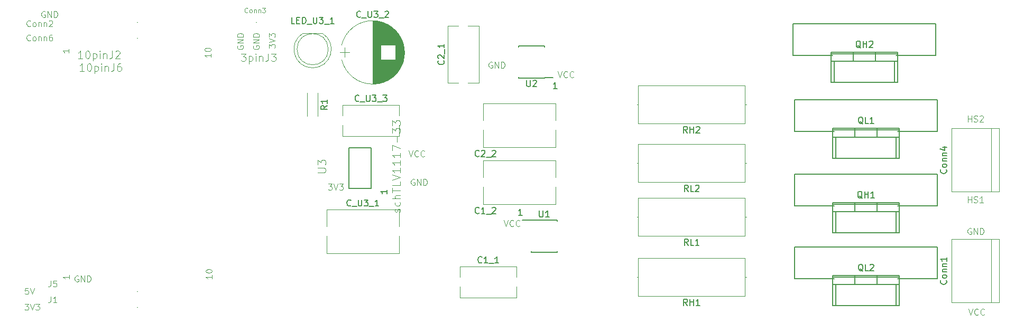
<source format=gbr>
G04 #@! TF.GenerationSoftware,KiCad,Pcbnew,(2017-03-23 revision 5aa1610)-master*
G04 #@! TF.CreationDate,2017-05-08T22:11:12+02:00*
G04 #@! TF.ProjectId,aPortableInductionHeater,61506F727461626C65496E6475637469,rev?*
G04 #@! TF.FileFunction,Legend,Top*
G04 #@! TF.FilePolarity,Positive*
%FSLAX46Y46*%
G04 Gerber Fmt 4.6, Leading zero omitted, Abs format (unit mm)*
G04 Created by KiCad (PCBNEW (2017-03-23 revision 5aa1610)-master) date 2017 May 08, Monday 22:11:12*
%MOMM*%
%LPD*%
G01*
G04 APERTURE LIST*
%ADD10C,0.100000*%
%ADD11C,0.121920*%
%ADD12C,0.150000*%
%ADD13C,0.203200*%
%ADD14C,0.120000*%
%ADD15C,0.152400*%
%ADD16C,0.101600*%
%ADD17C,0.115824*%
%ADD18C,0.120650*%
%ADD19C,0.092659*%
G04 APERTURE END LIST*
D10*
D11*
X226877057Y-87838038D02*
X226877057Y-86872838D01*
X226877057Y-87332457D02*
X227428600Y-87332457D01*
X227428600Y-87838038D02*
X227428600Y-86872838D01*
X227842257Y-87792076D02*
X227980143Y-87838038D01*
X228209952Y-87838038D01*
X228301876Y-87792076D01*
X228347838Y-87746114D01*
X228393800Y-87654190D01*
X228393800Y-87562266D01*
X228347838Y-87470342D01*
X228301876Y-87424380D01*
X228209952Y-87378419D01*
X228026105Y-87332457D01*
X227934181Y-87286495D01*
X227888219Y-87240533D01*
X227842257Y-87148609D01*
X227842257Y-87056685D01*
X227888219Y-86964761D01*
X227934181Y-86918800D01*
X228026105Y-86872838D01*
X228255914Y-86872838D01*
X228393800Y-86918800D01*
X228761495Y-86964761D02*
X228807457Y-86918800D01*
X228899381Y-86872838D01*
X229129190Y-86872838D01*
X229221114Y-86918800D01*
X229267076Y-86964761D01*
X229313038Y-87056685D01*
X229313038Y-87148609D01*
X229267076Y-87286495D01*
X228715533Y-87838038D01*
X229313038Y-87838038D01*
X226877057Y-100792038D02*
X226877057Y-99826838D01*
X226877057Y-100286457D02*
X227428600Y-100286457D01*
X227428600Y-100792038D02*
X227428600Y-99826838D01*
X227842257Y-100746076D02*
X227980143Y-100792038D01*
X228209952Y-100792038D01*
X228301876Y-100746076D01*
X228347838Y-100700114D01*
X228393800Y-100608190D01*
X228393800Y-100516266D01*
X228347838Y-100424342D01*
X228301876Y-100378380D01*
X228209952Y-100332419D01*
X228026105Y-100286457D01*
X227934181Y-100240495D01*
X227888219Y-100194533D01*
X227842257Y-100102609D01*
X227842257Y-100010685D01*
X227888219Y-99918761D01*
X227934181Y-99872800D01*
X228026105Y-99826838D01*
X228255914Y-99826838D01*
X228393800Y-99872800D01*
X229313038Y-100792038D02*
X228761495Y-100792038D01*
X229037267Y-100792038D02*
X229037267Y-99826838D01*
X228945343Y-99964723D01*
X228853419Y-100056647D01*
X228761495Y-100102609D01*
X150674638Y-78282800D02*
X150582714Y-78236838D01*
X150444828Y-78236838D01*
X150306943Y-78282800D01*
X150215019Y-78374723D01*
X150169057Y-78466647D01*
X150123095Y-78650495D01*
X150123095Y-78788380D01*
X150169057Y-78972228D01*
X150215019Y-79064152D01*
X150306943Y-79156076D01*
X150444828Y-79202038D01*
X150536752Y-79202038D01*
X150674638Y-79156076D01*
X150720600Y-79110114D01*
X150720600Y-78788380D01*
X150536752Y-78788380D01*
X151134257Y-79202038D02*
X151134257Y-78236838D01*
X151685800Y-79202038D01*
X151685800Y-78236838D01*
X152145419Y-79202038D02*
X152145419Y-78236838D01*
X152375228Y-78236838D01*
X152513114Y-78282800D01*
X152605038Y-78374723D01*
X152651000Y-78466647D01*
X152696962Y-78650495D01*
X152696962Y-78788380D01*
X152651000Y-78972228D01*
X152605038Y-79064152D01*
X152513114Y-79156076D01*
X152375228Y-79202038D01*
X152145419Y-79202038D01*
X161207171Y-79760838D02*
X161528905Y-80726038D01*
X161850638Y-79760838D01*
X162723914Y-80634114D02*
X162677952Y-80680076D01*
X162540067Y-80726038D01*
X162448143Y-80726038D01*
X162310257Y-80680076D01*
X162218333Y-80588152D01*
X162172371Y-80496228D01*
X162126409Y-80312380D01*
X162126409Y-80174495D01*
X162172371Y-79990647D01*
X162218333Y-79898723D01*
X162310257Y-79806800D01*
X162448143Y-79760838D01*
X162540067Y-79760838D01*
X162677952Y-79806800D01*
X162723914Y-79852761D01*
X163689114Y-80634114D02*
X163643152Y-80680076D01*
X163505267Y-80726038D01*
X163413343Y-80726038D01*
X163275457Y-80680076D01*
X163183533Y-80588152D01*
X163137571Y-80496228D01*
X163091609Y-80312380D01*
X163091609Y-80174495D01*
X163137571Y-79990647D01*
X163183533Y-79898723D01*
X163275457Y-79806800D01*
X163413343Y-79760838D01*
X163505267Y-79760838D01*
X163643152Y-79806800D01*
X163689114Y-79852761D01*
X152571171Y-103636838D02*
X152892905Y-104602038D01*
X153214638Y-103636838D01*
X154087914Y-104510114D02*
X154041952Y-104556076D01*
X153904067Y-104602038D01*
X153812143Y-104602038D01*
X153674257Y-104556076D01*
X153582333Y-104464152D01*
X153536371Y-104372228D01*
X153490409Y-104188380D01*
X153490409Y-104050495D01*
X153536371Y-103866647D01*
X153582333Y-103774723D01*
X153674257Y-103682800D01*
X153812143Y-103636838D01*
X153904067Y-103636838D01*
X154041952Y-103682800D01*
X154087914Y-103728761D01*
X155053114Y-104510114D02*
X155007152Y-104556076D01*
X154869267Y-104602038D01*
X154777343Y-104602038D01*
X154639457Y-104556076D01*
X154547533Y-104464152D01*
X154501571Y-104372228D01*
X154455609Y-104188380D01*
X154455609Y-104050495D01*
X154501571Y-103866647D01*
X154547533Y-103774723D01*
X154639457Y-103682800D01*
X154777343Y-103636838D01*
X154869267Y-103636838D01*
X155007152Y-103682800D01*
X155053114Y-103728761D01*
X137331171Y-92460838D02*
X137652905Y-93426038D01*
X137974638Y-92460838D01*
X138847914Y-93334114D02*
X138801952Y-93380076D01*
X138664067Y-93426038D01*
X138572143Y-93426038D01*
X138434257Y-93380076D01*
X138342333Y-93288152D01*
X138296371Y-93196228D01*
X138250409Y-93012380D01*
X138250409Y-92874495D01*
X138296371Y-92690647D01*
X138342333Y-92598723D01*
X138434257Y-92506800D01*
X138572143Y-92460838D01*
X138664067Y-92460838D01*
X138801952Y-92506800D01*
X138847914Y-92552761D01*
X139813114Y-93334114D02*
X139767152Y-93380076D01*
X139629267Y-93426038D01*
X139537343Y-93426038D01*
X139399457Y-93380076D01*
X139307533Y-93288152D01*
X139261571Y-93196228D01*
X139215609Y-93012380D01*
X139215609Y-92874495D01*
X139261571Y-92690647D01*
X139307533Y-92598723D01*
X139399457Y-92506800D01*
X139537343Y-92460838D01*
X139629267Y-92460838D01*
X139767152Y-92506800D01*
X139813114Y-92552761D01*
X227382638Y-104952800D02*
X227290714Y-104906838D01*
X227152828Y-104906838D01*
X227014943Y-104952800D01*
X226923019Y-105044723D01*
X226877057Y-105136647D01*
X226831095Y-105320495D01*
X226831095Y-105458380D01*
X226877057Y-105642228D01*
X226923019Y-105734152D01*
X227014943Y-105826076D01*
X227152828Y-105872038D01*
X227244752Y-105872038D01*
X227382638Y-105826076D01*
X227428600Y-105780114D01*
X227428600Y-105458380D01*
X227244752Y-105458380D01*
X227842257Y-105872038D02*
X227842257Y-104906838D01*
X228393800Y-105872038D01*
X228393800Y-104906838D01*
X228853419Y-105872038D02*
X228853419Y-104906838D01*
X229083228Y-104906838D01*
X229221114Y-104952800D01*
X229313038Y-105044723D01*
X229359000Y-105136647D01*
X229404962Y-105320495D01*
X229404962Y-105458380D01*
X229359000Y-105642228D01*
X229313038Y-105734152D01*
X229221114Y-105826076D01*
X229083228Y-105872038D01*
X228853419Y-105872038D01*
X226993171Y-117860838D02*
X227314905Y-118826038D01*
X227636638Y-117860838D01*
X228509914Y-118734114D02*
X228463952Y-118780076D01*
X228326067Y-118826038D01*
X228234143Y-118826038D01*
X228096257Y-118780076D01*
X228004333Y-118688152D01*
X227958371Y-118596228D01*
X227912409Y-118412380D01*
X227912409Y-118274495D01*
X227958371Y-118090647D01*
X228004333Y-117998723D01*
X228096257Y-117906800D01*
X228234143Y-117860838D01*
X228326067Y-117860838D01*
X228463952Y-117906800D01*
X228509914Y-117952761D01*
X229475114Y-118734114D02*
X229429152Y-118780076D01*
X229291267Y-118826038D01*
X229199343Y-118826038D01*
X229061457Y-118780076D01*
X228969533Y-118688152D01*
X228923571Y-118596228D01*
X228877609Y-118412380D01*
X228877609Y-118274495D01*
X228923571Y-118090647D01*
X228969533Y-117998723D01*
X229061457Y-117906800D01*
X229199343Y-117860838D01*
X229291267Y-117860838D01*
X229429152Y-117906800D01*
X229475114Y-117952761D01*
X124423133Y-97794838D02*
X125020638Y-97794838D01*
X124698905Y-98162533D01*
X124836790Y-98162533D01*
X124928714Y-98208495D01*
X124974676Y-98254457D01*
X125020638Y-98346380D01*
X125020638Y-98576190D01*
X124974676Y-98668114D01*
X124928714Y-98714076D01*
X124836790Y-98760038D01*
X124561019Y-98760038D01*
X124469095Y-98714076D01*
X124423133Y-98668114D01*
X125296409Y-97794838D02*
X125618143Y-98760038D01*
X125939876Y-97794838D01*
X126169686Y-97794838D02*
X126767190Y-97794838D01*
X126445457Y-98162533D01*
X126583343Y-98162533D01*
X126675267Y-98208495D01*
X126721228Y-98254457D01*
X126767190Y-98346380D01*
X126767190Y-98576190D01*
X126721228Y-98668114D01*
X126675267Y-98714076D01*
X126583343Y-98760038D01*
X126307571Y-98760038D01*
X126215648Y-98714076D01*
X126169686Y-98668114D01*
X138228638Y-97078800D02*
X138136714Y-97032838D01*
X137998828Y-97032838D01*
X137860943Y-97078800D01*
X137769019Y-97170723D01*
X137723057Y-97262647D01*
X137677095Y-97446495D01*
X137677095Y-97584380D01*
X137723057Y-97768228D01*
X137769019Y-97860152D01*
X137860943Y-97952076D01*
X137998828Y-97998038D01*
X138090752Y-97998038D01*
X138228638Y-97952076D01*
X138274600Y-97906114D01*
X138274600Y-97584380D01*
X138090752Y-97584380D01*
X138688257Y-97998038D02*
X138688257Y-97032838D01*
X139239800Y-97998038D01*
X139239800Y-97032838D01*
X139699419Y-97998038D02*
X139699419Y-97032838D01*
X139929228Y-97032838D01*
X140067114Y-97078800D01*
X140159038Y-97170723D01*
X140205000Y-97262647D01*
X140250962Y-97446495D01*
X140250962Y-97584380D01*
X140205000Y-97768228D01*
X140159038Y-97860152D01*
X140067114Y-97952076D01*
X139929228Y-97998038D01*
X139699419Y-97998038D01*
X84380638Y-112572800D02*
X84288714Y-112526838D01*
X84150828Y-112526838D01*
X84012943Y-112572800D01*
X83921019Y-112664723D01*
X83875057Y-112756647D01*
X83829095Y-112940495D01*
X83829095Y-113078380D01*
X83875057Y-113262228D01*
X83921019Y-113354152D01*
X84012943Y-113446076D01*
X84150828Y-113492038D01*
X84242752Y-113492038D01*
X84380638Y-113446076D01*
X84426600Y-113400114D01*
X84426600Y-113078380D01*
X84242752Y-113078380D01*
X84840257Y-113492038D02*
X84840257Y-112526838D01*
X85391800Y-113492038D01*
X85391800Y-112526838D01*
X85851419Y-113492038D02*
X85851419Y-112526838D01*
X86081228Y-112526838D01*
X86219114Y-112572800D01*
X86311038Y-112664723D01*
X86357000Y-112756647D01*
X86402962Y-112940495D01*
X86402962Y-113078380D01*
X86357000Y-113262228D01*
X86311038Y-113354152D01*
X86219114Y-113446076D01*
X86081228Y-113492038D01*
X85851419Y-113492038D01*
X105618038Y-76909361D02*
X105618038Y-77460904D01*
X105618038Y-77185132D02*
X104652838Y-77185132D01*
X104790723Y-77277056D01*
X104882647Y-77368980D01*
X104928609Y-77460904D01*
X104652838Y-76311856D02*
X104652838Y-76219932D01*
X104698800Y-76128009D01*
X104744761Y-76082047D01*
X104836685Y-76036085D01*
X105020533Y-75990123D01*
X105250342Y-75990123D01*
X105434190Y-76036085D01*
X105526114Y-76082047D01*
X105572076Y-76128009D01*
X105618038Y-76219932D01*
X105618038Y-76311856D01*
X105572076Y-76403780D01*
X105526114Y-76449742D01*
X105434190Y-76495704D01*
X105250342Y-76541666D01*
X105020533Y-76541666D01*
X104836685Y-76495704D01*
X104744761Y-76449742D01*
X104698800Y-76403780D01*
X104652838Y-76311856D01*
X76371776Y-114530438D02*
X75912157Y-114530438D01*
X75866195Y-114990057D01*
X75912157Y-114944095D01*
X76004081Y-114898133D01*
X76233890Y-114898133D01*
X76325814Y-114944095D01*
X76371776Y-114990057D01*
X76417738Y-115081980D01*
X76417738Y-115311790D01*
X76371776Y-115403714D01*
X76325814Y-115449676D01*
X76233890Y-115495638D01*
X76004081Y-115495638D01*
X75912157Y-115449676D01*
X75866195Y-115403714D01*
X76693509Y-114530438D02*
X77015243Y-115495638D01*
X77336976Y-114530438D01*
X75820233Y-117070438D02*
X76417738Y-117070438D01*
X76096005Y-117438133D01*
X76233890Y-117438133D01*
X76325814Y-117484095D01*
X76371776Y-117530057D01*
X76417738Y-117621980D01*
X76417738Y-117851790D01*
X76371776Y-117943714D01*
X76325814Y-117989676D01*
X76233890Y-118035638D01*
X75958119Y-118035638D01*
X75866195Y-117989676D01*
X75820233Y-117943714D01*
X76693509Y-117070438D02*
X77015243Y-118035638D01*
X77336976Y-117070438D01*
X77566786Y-117070438D02*
X78164290Y-117070438D01*
X77842557Y-117438133D01*
X77980443Y-117438133D01*
X78072367Y-117484095D01*
X78118328Y-117530057D01*
X78164290Y-117621980D01*
X78164290Y-117851790D01*
X78118328Y-117943714D01*
X78072367Y-117989676D01*
X77980443Y-118035638D01*
X77704671Y-118035638D01*
X77612748Y-117989676D01*
X77566786Y-117943714D01*
X79046638Y-70154800D02*
X78954714Y-70108838D01*
X78816828Y-70108838D01*
X78678943Y-70154800D01*
X78587019Y-70246723D01*
X78541057Y-70338647D01*
X78495095Y-70522495D01*
X78495095Y-70660380D01*
X78541057Y-70844228D01*
X78587019Y-70936152D01*
X78678943Y-71028076D01*
X78816828Y-71074038D01*
X78908752Y-71074038D01*
X79046638Y-71028076D01*
X79092600Y-70982114D01*
X79092600Y-70660380D01*
X78908752Y-70660380D01*
X79506257Y-71074038D02*
X79506257Y-70108838D01*
X80057800Y-71074038D01*
X80057800Y-70108838D01*
X80517419Y-71074038D02*
X80517419Y-70108838D01*
X80747228Y-70108838D01*
X80885114Y-70154800D01*
X80977038Y-70246723D01*
X81023000Y-70338647D01*
X81068962Y-70522495D01*
X81068962Y-70660380D01*
X81023000Y-70844228D01*
X80977038Y-70936152D01*
X80885114Y-71028076D01*
X80747228Y-71074038D01*
X80517419Y-71074038D01*
X109893100Y-75663019D02*
X109847138Y-75754943D01*
X109847138Y-75892828D01*
X109893100Y-76030714D01*
X109985023Y-76122638D01*
X110076947Y-76168600D01*
X110260795Y-76214562D01*
X110398680Y-76214562D01*
X110582528Y-76168600D01*
X110674452Y-76122638D01*
X110766376Y-76030714D01*
X110812338Y-75892828D01*
X110812338Y-75800905D01*
X110766376Y-75663019D01*
X110720414Y-75617057D01*
X110398680Y-75617057D01*
X110398680Y-75800905D01*
X110812338Y-75203400D02*
X109847138Y-75203400D01*
X110812338Y-74651857D01*
X109847138Y-74651857D01*
X110812338Y-74192238D02*
X109847138Y-74192238D01*
X109847138Y-73962428D01*
X109893100Y-73824543D01*
X109985023Y-73732619D01*
X110076947Y-73686657D01*
X110260795Y-73640695D01*
X110398680Y-73640695D01*
X110582528Y-73686657D01*
X110674452Y-73732619D01*
X110766376Y-73824543D01*
X110812338Y-73962428D01*
X110812338Y-74192238D01*
X112433100Y-75663019D02*
X112387138Y-75754943D01*
X112387138Y-75892828D01*
X112433100Y-76030714D01*
X112525023Y-76122638D01*
X112616947Y-76168600D01*
X112800795Y-76214562D01*
X112938680Y-76214562D01*
X113122528Y-76168600D01*
X113214452Y-76122638D01*
X113306376Y-76030714D01*
X113352338Y-75892828D01*
X113352338Y-75800905D01*
X113306376Y-75663019D01*
X113260414Y-75617057D01*
X112938680Y-75617057D01*
X112938680Y-75800905D01*
X113352338Y-75203400D02*
X112387138Y-75203400D01*
X113352338Y-74651857D01*
X112387138Y-74651857D01*
X113352338Y-74192238D02*
X112387138Y-74192238D01*
X112387138Y-73962428D01*
X112433100Y-73824543D01*
X112525023Y-73732619D01*
X112616947Y-73686657D01*
X112800795Y-73640695D01*
X112938680Y-73640695D01*
X113122528Y-73686657D01*
X113214452Y-73732619D01*
X113306376Y-73824543D01*
X113352338Y-73962428D01*
X113352338Y-74192238D01*
X114927138Y-75984752D02*
X114927138Y-75387248D01*
X115294833Y-75708981D01*
X115294833Y-75571095D01*
X115340795Y-75479171D01*
X115386757Y-75433209D01*
X115478680Y-75387248D01*
X115708490Y-75387248D01*
X115800414Y-75433209D01*
X115846376Y-75479171D01*
X115892338Y-75571095D01*
X115892338Y-75846867D01*
X115846376Y-75938790D01*
X115800414Y-75984752D01*
X114927138Y-75111476D02*
X115892338Y-74789743D01*
X114927138Y-74468009D01*
X114927138Y-74238200D02*
X114927138Y-73640695D01*
X115294833Y-73962428D01*
X115294833Y-73824543D01*
X115340795Y-73732619D01*
X115386757Y-73686657D01*
X115478680Y-73640695D01*
X115708490Y-73640695D01*
X115800414Y-73686657D01*
X115846376Y-73732619D01*
X115892338Y-73824543D01*
X115892338Y-74100314D01*
X115846376Y-74192238D01*
X115800414Y-74238200D01*
X82923138Y-112440961D02*
X82923138Y-112992504D01*
X82923138Y-112716732D02*
X81957938Y-112716732D01*
X82095823Y-112808656D01*
X82187747Y-112900580D01*
X82233709Y-112992504D01*
X105783138Y-112440961D02*
X105783138Y-112992504D01*
X105783138Y-112716732D02*
X104817938Y-112716732D01*
X104955823Y-112808656D01*
X105047747Y-112900580D01*
X105093709Y-112992504D01*
X104817938Y-111843456D02*
X104817938Y-111751532D01*
X104863900Y-111659609D01*
X104909861Y-111613647D01*
X105001785Y-111567685D01*
X105185633Y-111521723D01*
X105415442Y-111521723D01*
X105599290Y-111567685D01*
X105691214Y-111613647D01*
X105737176Y-111659609D01*
X105783138Y-111751532D01*
X105783138Y-111843456D01*
X105737176Y-111935380D01*
X105691214Y-111981342D01*
X105599290Y-112027304D01*
X105415442Y-112073266D01*
X105185633Y-112073266D01*
X105001785Y-112027304D01*
X104909861Y-111981342D01*
X104863900Y-111935380D01*
X104817938Y-111843456D01*
X82872338Y-76180695D02*
X82872338Y-76732238D01*
X82872338Y-76456467D02*
X81907138Y-76456467D01*
X82045023Y-76548390D01*
X82136947Y-76640314D01*
X82182909Y-76732238D01*
D12*
X221996000Y-107950000D02*
X221996000Y-113030000D01*
X221996000Y-107950000D02*
X199136000Y-107950000D01*
X199136000Y-113030000D02*
X199136000Y-107950000D01*
X205486000Y-113030000D02*
X199136000Y-113030000D01*
X221996000Y-113030000D02*
X215646000Y-113030000D01*
X215392000Y-113919000D02*
X215392000Y-117348000D01*
X205740000Y-113919000D02*
X205740000Y-117348000D01*
X215900000Y-112776000D02*
X205232000Y-112776000D01*
X212344000Y-113792000D02*
X212344000Y-112522000D01*
X208788000Y-113792000D02*
X208788000Y-112522000D01*
X205232000Y-113919000D02*
X215900000Y-113919000D01*
X215900000Y-117348000D02*
X205232000Y-117348000D01*
X205232000Y-112522000D02*
X205232000Y-117348000D01*
X215900000Y-112522000D02*
X215900000Y-117348000D01*
X215900000Y-112522000D02*
X205232000Y-112522000D01*
X215900000Y-100838000D02*
X205232000Y-100838000D01*
X215900000Y-100838000D02*
X215900000Y-105664000D01*
X205232000Y-100838000D02*
X205232000Y-105664000D01*
X215900000Y-105664000D02*
X205232000Y-105664000D01*
X205232000Y-102235000D02*
X215900000Y-102235000D01*
X208788000Y-102108000D02*
X208788000Y-100838000D01*
X212344000Y-102108000D02*
X212344000Y-100838000D01*
X215900000Y-101092000D02*
X205232000Y-101092000D01*
X205740000Y-102235000D02*
X205740000Y-105664000D01*
X215392000Y-102235000D02*
X215392000Y-105664000D01*
X221996000Y-101346000D02*
X215646000Y-101346000D01*
X205486000Y-101346000D02*
X199136000Y-101346000D01*
X199136000Y-101346000D02*
X199136000Y-96266000D01*
X221996000Y-96266000D02*
X199136000Y-96266000D01*
X221996000Y-96266000D02*
X221996000Y-101346000D01*
X215900000Y-88900000D02*
X205232000Y-88900000D01*
X215900000Y-88900000D02*
X215900000Y-93726000D01*
X205232000Y-88900000D02*
X205232000Y-93726000D01*
X215900000Y-93726000D02*
X205232000Y-93726000D01*
X205232000Y-90297000D02*
X215900000Y-90297000D01*
X208788000Y-90170000D02*
X208788000Y-88900000D01*
X212344000Y-90170000D02*
X212344000Y-88900000D01*
X215900000Y-89154000D02*
X205232000Y-89154000D01*
X205740000Y-90297000D02*
X205740000Y-93726000D01*
X215392000Y-90297000D02*
X215392000Y-93726000D01*
X221996000Y-89408000D02*
X215646000Y-89408000D01*
X205486000Y-89408000D02*
X199136000Y-89408000D01*
X199136000Y-89408000D02*
X199136000Y-84328000D01*
X221996000Y-84328000D02*
X199136000Y-84328000D01*
X221996000Y-84328000D02*
X221996000Y-89408000D01*
X221742000Y-72136000D02*
X221742000Y-77216000D01*
X221742000Y-72136000D02*
X198882000Y-72136000D01*
X198882000Y-77216000D02*
X198882000Y-72136000D01*
X205232000Y-77216000D02*
X198882000Y-77216000D01*
X221742000Y-77216000D02*
X215392000Y-77216000D01*
X215138000Y-78105000D02*
X215138000Y-81534000D01*
X205486000Y-78105000D02*
X205486000Y-81534000D01*
X215646000Y-76962000D02*
X204978000Y-76962000D01*
X212090000Y-77978000D02*
X212090000Y-76708000D01*
X208534000Y-77978000D02*
X208534000Y-76708000D01*
X204978000Y-78105000D02*
X215646000Y-78105000D01*
X215646000Y-81534000D02*
X204978000Y-81534000D01*
X204978000Y-76708000D02*
X204978000Y-81534000D01*
X215646000Y-76708000D02*
X215646000Y-81534000D01*
X215646000Y-76708000D02*
X204978000Y-76708000D01*
D13*
X127762000Y-91973400D02*
X131318000Y-91973400D01*
X131318000Y-91973400D02*
X131318000Y-98526600D01*
X131318000Y-98526600D02*
X127762000Y-98526600D01*
X127762000Y-98526600D02*
X127762000Y-91973400D01*
D12*
X156929000Y-103597000D02*
X156929000Y-103647000D01*
X161079000Y-103597000D02*
X161079000Y-103742000D01*
X161079000Y-108747000D02*
X161079000Y-108602000D01*
X156929000Y-108747000D02*
X156929000Y-108602000D01*
X156929000Y-103597000D02*
X161079000Y-103597000D01*
X156929000Y-108747000D02*
X161079000Y-108747000D01*
X156929000Y-103647000D02*
X155529000Y-103647000D01*
X159047000Y-80757000D02*
X160447000Y-80757000D01*
X159047000Y-75657000D02*
X154897000Y-75657000D01*
X159047000Y-80807000D02*
X154897000Y-80807000D01*
X159047000Y-75657000D02*
X159047000Y-75802000D01*
X154897000Y-75657000D02*
X154897000Y-75802000D01*
X154897000Y-80807000D02*
X154897000Y-80662000D01*
X159047000Y-80807000D02*
X159047000Y-80757000D01*
D14*
X126698000Y-85120000D02*
X135818000Y-85120000D01*
X126698000Y-90140000D02*
X135818000Y-90140000D01*
X126698000Y-85120000D02*
X126698000Y-86880000D01*
X126698000Y-88380000D02*
X126698000Y-90140000D01*
X135818000Y-85120000D02*
X135818000Y-86880000D01*
X135818000Y-88380000D02*
X135818000Y-90140000D01*
X160830000Y-91902000D02*
X149210000Y-91902000D01*
X160830000Y-84882000D02*
X149210000Y-84882000D01*
X160830000Y-91902000D02*
X160830000Y-89142000D01*
X160830000Y-87642000D02*
X160830000Y-84882000D01*
X149210000Y-91902000D02*
X149210000Y-89142000D01*
X149210000Y-87642000D02*
X149210000Y-84882000D01*
X160830000Y-101046000D02*
X149210000Y-101046000D01*
X160830000Y-94026000D02*
X149210000Y-94026000D01*
X160830000Y-101046000D02*
X160830000Y-98286000D01*
X160830000Y-96786000D02*
X160830000Y-94026000D01*
X149210000Y-101046000D02*
X149210000Y-98286000D01*
X149210000Y-96786000D02*
X149210000Y-94026000D01*
X124158000Y-101900000D02*
X135778000Y-101900000D01*
X124158000Y-108920000D02*
X135778000Y-108920000D01*
X124158000Y-101900000D02*
X124158000Y-104660000D01*
X124158000Y-106160000D02*
X124158000Y-108920000D01*
X135778000Y-101900000D02*
X135778000Y-104660000D01*
X135778000Y-106160000D02*
X135778000Y-108920000D01*
X143540000Y-81582000D02*
X143540000Y-72462000D01*
X148560000Y-81582000D02*
X148560000Y-72462000D01*
X143540000Y-81582000D02*
X145300000Y-81582000D01*
X146800000Y-81582000D02*
X148560000Y-81582000D01*
X143540000Y-72462000D02*
X145300000Y-72462000D01*
X146800000Y-72462000D02*
X148560000Y-72462000D01*
X145494000Y-111028000D02*
X154614000Y-111028000D01*
X145494000Y-116048000D02*
X154614000Y-116048000D01*
X145494000Y-111028000D02*
X145494000Y-112788000D01*
X145494000Y-114288000D02*
X145494000Y-116048000D01*
X154614000Y-111028000D02*
X154614000Y-112788000D01*
X154614000Y-114288000D02*
X154614000Y-116048000D01*
D15*
X93890000Y-71850000D02*
X93890000Y-71850000D01*
X93890000Y-71850000D02*
X93890000Y-71850000D01*
X93890000Y-71850000D02*
X93890000Y-71850000D01*
X93890000Y-71850000D02*
X93890000Y-71850000D01*
X93890000Y-71850000D02*
X93890000Y-71850000D01*
X93890000Y-71850000D02*
X93890000Y-71850000D01*
X93890000Y-71850000D02*
X93890000Y-71850000D01*
X93890000Y-71850000D02*
X93890000Y-71850000D01*
X93890000Y-71850000D02*
X93890000Y-71850000D01*
X93890000Y-71850000D02*
X93890000Y-71850000D01*
X93890000Y-71850000D02*
X93890000Y-71850000D01*
X93890000Y-71850000D02*
X93890000Y-71850000D01*
X93890000Y-71850000D02*
X93890000Y-71850000D01*
X93890000Y-71850000D02*
X93890000Y-71850000D01*
X93890000Y-71850000D02*
X93890000Y-71850000D01*
X93890000Y-71850000D02*
X93890000Y-71850000D01*
X93890000Y-71850000D02*
X93890000Y-71850000D01*
X93890000Y-71850000D02*
X93890000Y-71850000D01*
X93890000Y-71850000D02*
X93890000Y-71850000D01*
X93890000Y-71850000D02*
X93890000Y-71850000D01*
X93890000Y-71850000D02*
X93890000Y-71850000D01*
X93890000Y-71850000D02*
X93890000Y-71850000D01*
X93890000Y-71850000D02*
X93890000Y-71850000D01*
X93890000Y-71850000D02*
X93890000Y-71850000D01*
X93890000Y-71850000D02*
X93890000Y-71850000D01*
X93890000Y-71850000D02*
X93890000Y-71850000D01*
X93890000Y-71850000D02*
X93890000Y-71850000D01*
X93890000Y-71850000D02*
X93890000Y-71850000D01*
X93890000Y-71850000D02*
X93890000Y-71850000D01*
X93890000Y-71850000D02*
X93890000Y-71850000D01*
X93890000Y-71850000D02*
X93890000Y-71850000D01*
X93890000Y-71850000D02*
X93890000Y-71850000D01*
X93890000Y-71850000D02*
X93890000Y-71850000D01*
X93890000Y-71850000D02*
X93890000Y-71850000D01*
X93890000Y-71850000D02*
X93890000Y-71850000D01*
X93890000Y-71850000D02*
X93890000Y-71850000D01*
X93890000Y-71850000D02*
X93890000Y-71850000D01*
X93890000Y-71850000D02*
X93890000Y-71850000D01*
X93890000Y-71850000D02*
X93890000Y-71850000D01*
X93890000Y-71850000D02*
X93890000Y-71850000D01*
X93890000Y-71850000D02*
X93890000Y-71850000D01*
X93890000Y-71850000D02*
X93890000Y-71850000D01*
X93890000Y-71850000D02*
X93890000Y-71850000D01*
X93890000Y-71850000D02*
X93890000Y-71850000D01*
X93890000Y-71850000D02*
X93890000Y-71850000D01*
X93890000Y-71850000D02*
X93890000Y-71850000D01*
X93890000Y-71850000D02*
X93890000Y-71850000D01*
X93890000Y-71850000D02*
X93890000Y-71850000D01*
X93890000Y-71850000D02*
X93890000Y-71850000D01*
X93890000Y-71850000D02*
X93890000Y-71850000D01*
X93890000Y-71850000D02*
X93890000Y-71850000D01*
X93890000Y-71850000D02*
X93890000Y-71850000D01*
X93890000Y-71850000D02*
X93890000Y-71850000D01*
X93890000Y-71850000D02*
X93890000Y-71850000D01*
X93890000Y-71850000D02*
X93890000Y-71850000D01*
X93890000Y-71850000D02*
X93890000Y-71850000D01*
X93890000Y-71850000D02*
X93890000Y-71850000D01*
X93890000Y-71850000D02*
X93890000Y-71850000D01*
X93890000Y-71850000D02*
X93890000Y-71850000D01*
X93890000Y-71850000D02*
X93890000Y-71850000D01*
X93890000Y-71850000D02*
X93890000Y-71850000D01*
X93890000Y-71850000D02*
X93890000Y-71850000D01*
X93840000Y-74400000D02*
X93840000Y-74400000D01*
X93840000Y-74400000D02*
X93840000Y-74400000D01*
X93840000Y-74400000D02*
X93840000Y-74400000D01*
X93840000Y-74400000D02*
X93840000Y-74400000D01*
X93840000Y-74400000D02*
X93840000Y-74400000D01*
X93840000Y-74400000D02*
X93840000Y-74400000D01*
X93840000Y-74400000D02*
X93840000Y-74400000D01*
X93840000Y-74400000D02*
X93840000Y-74400000D01*
X93840000Y-74400000D02*
X93840000Y-74400000D01*
X93840000Y-74400000D02*
X93840000Y-74400000D01*
X93840000Y-74400000D02*
X93840000Y-74400000D01*
X93840000Y-74400000D02*
X93840000Y-74400000D01*
X93840000Y-74400000D02*
X93840000Y-74400000D01*
X93840000Y-74400000D02*
X93840000Y-74400000D01*
X93840000Y-74400000D02*
X93840000Y-74400000D01*
X93840000Y-74400000D02*
X93840000Y-74400000D01*
X93840000Y-74400000D02*
X93840000Y-74400000D01*
X93840000Y-74400000D02*
X93840000Y-74400000D01*
X93840000Y-74400000D02*
X93840000Y-74400000D01*
X93840000Y-74400000D02*
X93840000Y-74400000D01*
X93840000Y-74400000D02*
X93840000Y-74400000D01*
X93840000Y-74400000D02*
X93840000Y-74400000D01*
X93840000Y-74400000D02*
X93840000Y-74400000D01*
X93840000Y-74400000D02*
X93840000Y-74400000D01*
X93840000Y-74400000D02*
X93840000Y-74400000D01*
X93840000Y-74400000D02*
X93840000Y-74400000D01*
X93840000Y-74400000D02*
X93840000Y-74400000D01*
X93840000Y-74400000D02*
X93840000Y-74400000D01*
X93840000Y-74400000D02*
X93840000Y-74400000D01*
X93840000Y-74400000D02*
X93840000Y-74400000D01*
X93840000Y-74400000D02*
X93840000Y-74400000D01*
X93840000Y-74400000D02*
X93840000Y-74400000D01*
X93840000Y-74400000D02*
X93840000Y-74400000D01*
X93840000Y-74400000D02*
X93840000Y-74400000D01*
X93840000Y-74400000D02*
X93840000Y-74400000D01*
X93840000Y-74400000D02*
X93840000Y-74400000D01*
X93840000Y-74400000D02*
X93840000Y-74400000D01*
X93840000Y-74400000D02*
X93840000Y-74400000D01*
X93840000Y-74400000D02*
X93840000Y-74400000D01*
X93840000Y-74400000D02*
X93840000Y-74400000D01*
X93840000Y-74400000D02*
X93840000Y-74400000D01*
X93840000Y-74400000D02*
X93840000Y-74400000D01*
X93840000Y-74400000D02*
X93840000Y-74400000D01*
X93840000Y-74400000D02*
X93840000Y-74400000D01*
X93840000Y-74400000D02*
X93840000Y-74400000D01*
X93840000Y-74400000D02*
X93840000Y-74400000D01*
X93840000Y-74400000D02*
X93840000Y-74400000D01*
X93840000Y-74400000D02*
X93840000Y-74400000D01*
X93840000Y-74400000D02*
X93840000Y-74400000D01*
X93840000Y-74400000D02*
X93840000Y-74400000D01*
X93840000Y-74400000D02*
X93840000Y-74400000D01*
X93840000Y-74400000D02*
X93840000Y-74400000D01*
X93840000Y-74400000D02*
X93840000Y-74400000D01*
X93840000Y-74400000D02*
X93840000Y-74400000D01*
X93840000Y-74400000D02*
X93840000Y-74400000D01*
X93840000Y-74400000D02*
X93840000Y-74400000D01*
X93840000Y-74400000D02*
X93840000Y-74400000D01*
X93840000Y-74400000D02*
X93840000Y-74400000D01*
X93840000Y-74400000D02*
X93840000Y-74400000D01*
X93840000Y-74400000D02*
X93840000Y-74400000D01*
X93840000Y-74400000D02*
X93840000Y-74400000D01*
X93840000Y-74400000D02*
X93840000Y-74400000D01*
X93891100Y-115033600D02*
X93891100Y-115033600D01*
X93891100Y-115033600D02*
X93891100Y-115033600D01*
X93891100Y-115033600D02*
X93891100Y-115033600D01*
X93891100Y-115033600D02*
X93891100Y-115033600D01*
X93891100Y-115033600D02*
X93891100Y-115033600D01*
X93891100Y-115033600D02*
X93891100Y-115033600D01*
X93891100Y-115033600D02*
X93891100Y-115033600D01*
X93891100Y-115033600D02*
X93891100Y-115033600D01*
X93891100Y-115033600D02*
X93891100Y-115033600D01*
X93891100Y-115033600D02*
X93891100Y-115033600D01*
X93891100Y-115033600D02*
X93891100Y-115033600D01*
X93891100Y-115033600D02*
X93891100Y-115033600D01*
X93891100Y-115033600D02*
X93891100Y-115033600D01*
X93891100Y-115033600D02*
X93891100Y-115033600D01*
X93891100Y-115033600D02*
X93891100Y-115033600D01*
X93891100Y-115033600D02*
X93891100Y-115033600D01*
X93891100Y-115033600D02*
X93891100Y-115033600D01*
X93891100Y-115033600D02*
X93891100Y-115033600D01*
X93891100Y-115033600D02*
X93891100Y-115033600D01*
X93891100Y-115033600D02*
X93891100Y-115033600D01*
X93891100Y-115033600D02*
X93891100Y-115033600D01*
X93891100Y-115033600D02*
X93891100Y-115033600D01*
X93891100Y-115033600D02*
X93891100Y-115033600D01*
X93891100Y-115033600D02*
X93891100Y-115033600D01*
X93891100Y-115033600D02*
X93891100Y-115033600D01*
X93891100Y-115033600D02*
X93891100Y-115033600D01*
X93891100Y-115033600D02*
X93891100Y-115033600D01*
X93891100Y-115033600D02*
X93891100Y-115033600D01*
X93891100Y-115033600D02*
X93891100Y-115033600D01*
X93891100Y-115033600D02*
X93891100Y-115033600D01*
X93891100Y-115033600D02*
X93891100Y-115033600D01*
X93891100Y-115033600D02*
X93891100Y-115033600D01*
X93891100Y-115033600D02*
X93891100Y-115033600D01*
X93891100Y-115033600D02*
X93891100Y-115033600D01*
X93891100Y-115033600D02*
X93891100Y-115033600D01*
X93891100Y-115033600D02*
X93891100Y-115033600D01*
X93891100Y-115033600D02*
X93891100Y-115033600D01*
X93891100Y-115033600D02*
X93891100Y-115033600D01*
X93891100Y-115033600D02*
X93891100Y-115033600D01*
X93891100Y-115033600D02*
X93891100Y-115033600D01*
X93891100Y-115033600D02*
X93891100Y-115033600D01*
X93891100Y-115033600D02*
X93891100Y-115033600D01*
X93891100Y-115033600D02*
X93891100Y-115033600D01*
X93891100Y-115033600D02*
X93891100Y-115033600D01*
X93891100Y-115033600D02*
X93891100Y-115033600D01*
X93891100Y-115033600D02*
X93891100Y-115033600D01*
X93891100Y-115033600D02*
X93891100Y-115033600D01*
X93891100Y-115033600D02*
X93891100Y-115033600D01*
X93891100Y-115033600D02*
X93891100Y-115033600D01*
X93891100Y-115033600D02*
X93891100Y-115033600D01*
X93891100Y-115033600D02*
X93891100Y-115033600D01*
X93891100Y-115033600D02*
X93891100Y-115033600D01*
X93891100Y-115033600D02*
X93891100Y-115033600D01*
X93891100Y-115033600D02*
X93891100Y-115033600D01*
X93891100Y-115033600D02*
X93891100Y-115033600D01*
X93891100Y-115033600D02*
X93891100Y-115033600D01*
X93891100Y-115033600D02*
X93891100Y-115033600D01*
X93891100Y-115033600D02*
X93891100Y-115033600D01*
X93891100Y-115033600D02*
X93891100Y-115033600D01*
X93891100Y-115033600D02*
X93891100Y-115033600D01*
X93891100Y-115033600D02*
X93891100Y-115033600D01*
X93891100Y-115033600D02*
X93891100Y-115033600D01*
X93891100Y-117573600D02*
X93891100Y-117573600D01*
X93891100Y-117573600D02*
X93891100Y-117573600D01*
X93891100Y-117573600D02*
X93891100Y-117573600D01*
X93891100Y-117573600D02*
X93891100Y-117573600D01*
X93891100Y-117573600D02*
X93891100Y-117573600D01*
X93891100Y-117573600D02*
X93891100Y-117573600D01*
X93891100Y-117573600D02*
X93891100Y-117573600D01*
X93891100Y-117573600D02*
X93891100Y-117573600D01*
X93891100Y-117573600D02*
X93891100Y-117573600D01*
X93891100Y-117573600D02*
X93891100Y-117573600D01*
X93891100Y-117573600D02*
X93891100Y-117573600D01*
X93891100Y-117573600D02*
X93891100Y-117573600D01*
X93891100Y-117573600D02*
X93891100Y-117573600D01*
X93891100Y-117573600D02*
X93891100Y-117573600D01*
X93891100Y-117573600D02*
X93891100Y-117573600D01*
X93891100Y-117573600D02*
X93891100Y-117573600D01*
X93891100Y-117573600D02*
X93891100Y-117573600D01*
X93891100Y-117573600D02*
X93891100Y-117573600D01*
X93891100Y-117573600D02*
X93891100Y-117573600D01*
X93891100Y-117573600D02*
X93891100Y-117573600D01*
X93891100Y-117573600D02*
X93891100Y-117573600D01*
X93891100Y-117573600D02*
X93891100Y-117573600D01*
X93891100Y-117573600D02*
X93891100Y-117573600D01*
X93891100Y-117573600D02*
X93891100Y-117573600D01*
X93891100Y-117573600D02*
X93891100Y-117573600D01*
X93891100Y-117573600D02*
X93891100Y-117573600D01*
X93891100Y-117573600D02*
X93891100Y-117573600D01*
X93891100Y-117573600D02*
X93891100Y-117573600D01*
X93891100Y-117573600D02*
X93891100Y-117573600D01*
X93891100Y-117573600D02*
X93891100Y-117573600D01*
X93891100Y-117573600D02*
X93891100Y-117573600D01*
X93891100Y-117573600D02*
X93891100Y-117573600D01*
X93891100Y-117573600D02*
X93891100Y-117573600D01*
X93891100Y-117573600D02*
X93891100Y-117573600D01*
X93891100Y-117573600D02*
X93891100Y-117573600D01*
X93891100Y-117573600D02*
X93891100Y-117573600D01*
X93891100Y-117573600D02*
X93891100Y-117573600D01*
X93891100Y-117573600D02*
X93891100Y-117573600D01*
X93891100Y-117573600D02*
X93891100Y-117573600D01*
X93891100Y-117573600D02*
X93891100Y-117573600D01*
X93891100Y-117573600D02*
X93891100Y-117573600D01*
X93891100Y-117573600D02*
X93891100Y-117573600D01*
X93891100Y-117573600D02*
X93891100Y-117573600D01*
X93891100Y-117573600D02*
X93891100Y-117573600D01*
X93891100Y-117573600D02*
X93891100Y-117573600D01*
X93891100Y-117573600D02*
X93891100Y-117573600D01*
X93891100Y-117573600D02*
X93891100Y-117573600D01*
X93891100Y-117573600D02*
X93891100Y-117573600D01*
X93891100Y-117573600D02*
X93891100Y-117573600D01*
X93891100Y-117573600D02*
X93891100Y-117573600D01*
X93891100Y-117573600D02*
X93891100Y-117573600D01*
X93891100Y-117573600D02*
X93891100Y-117573600D01*
X93891100Y-117573600D02*
X93891100Y-117573600D01*
X93891100Y-117573600D02*
X93891100Y-117573600D01*
X93891100Y-117573600D02*
X93891100Y-117573600D01*
X93891100Y-117573600D02*
X93891100Y-117573600D01*
X93891100Y-117573600D02*
X93891100Y-117573600D01*
X93891100Y-117573600D02*
X93891100Y-117573600D01*
X93891100Y-117573600D02*
X93891100Y-117573600D01*
X93891100Y-117573600D02*
X93891100Y-117573600D01*
X93891100Y-117573600D02*
X93891100Y-117573600D01*
X93891100Y-117573600D02*
X93891100Y-117573600D01*
X112946601Y-71859043D02*
X112946601Y-71859043D01*
X112946601Y-71859043D02*
X112946601Y-71859043D01*
X112946601Y-71859043D02*
X112946601Y-71859043D01*
X112946601Y-71859043D02*
X112946601Y-71859043D01*
X112946601Y-71859043D02*
X112946601Y-71859043D01*
X112946601Y-71859043D02*
X112946601Y-71859043D01*
X112946601Y-71859043D02*
X112946601Y-71859043D01*
X112946601Y-71859043D02*
X112946601Y-71859043D01*
X112946601Y-71859043D02*
X112946601Y-71859043D01*
X112946601Y-71859043D02*
X112946601Y-71859043D01*
X112946601Y-71859043D02*
X112946601Y-71859043D01*
X112946601Y-71859043D02*
X112946601Y-71859043D01*
X112946601Y-71859043D02*
X112946601Y-71859043D01*
X112946601Y-71859043D02*
X112946601Y-71859043D01*
X112946601Y-71859043D02*
X112946601Y-71859043D01*
X112946601Y-71859043D02*
X112946601Y-71859043D01*
X112946601Y-71859043D02*
X112946601Y-71859043D01*
X112946601Y-71859043D02*
X112946601Y-71859043D01*
X112946601Y-71859043D02*
X112946601Y-71859043D01*
X112946601Y-71859043D02*
X112946601Y-71859043D01*
D14*
X191186000Y-115836000D02*
X191186000Y-109716000D01*
X191186000Y-109716000D02*
X174066000Y-109716000D01*
X174066000Y-109716000D02*
X174066000Y-115836000D01*
X174066000Y-115836000D02*
X191186000Y-115836000D01*
X191406000Y-112776000D02*
X191186000Y-112776000D01*
X173846000Y-112776000D02*
X174066000Y-112776000D01*
X191186000Y-88150000D02*
X191186000Y-82030000D01*
X191186000Y-82030000D02*
X174066000Y-82030000D01*
X174066000Y-82030000D02*
X174066000Y-88150000D01*
X174066000Y-88150000D02*
X191186000Y-88150000D01*
X191406000Y-85090000D02*
X191186000Y-85090000D01*
X173846000Y-85090000D02*
X174066000Y-85090000D01*
X173846000Y-103124000D02*
X174066000Y-103124000D01*
X191406000Y-103124000D02*
X191186000Y-103124000D01*
X174066000Y-106184000D02*
X191186000Y-106184000D01*
X174066000Y-100064000D02*
X174066000Y-106184000D01*
X191186000Y-100064000D02*
X174066000Y-100064000D01*
X191186000Y-106184000D02*
X191186000Y-100064000D01*
X173846000Y-94488000D02*
X174066000Y-94488000D01*
X191406000Y-94488000D02*
X191186000Y-94488000D01*
X174066000Y-97548000D02*
X191186000Y-97548000D01*
X174066000Y-91428000D02*
X174066000Y-97548000D01*
X191186000Y-91428000D02*
X174066000Y-91428000D01*
X191186000Y-97548000D02*
X191186000Y-91428000D01*
X127082000Y-75958000D02*
X127082000Y-77458000D01*
X126332000Y-76708000D02*
X127832000Y-76708000D01*
X136613000Y-76429000D02*
X136613000Y-76987000D01*
X136573000Y-76036000D02*
X136573000Y-77380000D01*
X136533000Y-75795000D02*
X136533000Y-77621000D01*
X136493000Y-75604000D02*
X136493000Y-77812000D01*
X136453000Y-75443000D02*
X136453000Y-77973000D01*
X136413000Y-75301000D02*
X136413000Y-78115000D01*
X136373000Y-75172000D02*
X136373000Y-78244000D01*
X136333000Y-75054000D02*
X136333000Y-78362000D01*
X136293000Y-74945000D02*
X136293000Y-78471000D01*
X136253000Y-74842000D02*
X136253000Y-78574000D01*
X136213000Y-74746000D02*
X136213000Y-78670000D01*
X136173000Y-74655000D02*
X136173000Y-78761000D01*
X136133000Y-74568000D02*
X136133000Y-78848000D01*
X136093000Y-74486000D02*
X136093000Y-78930000D01*
X136053000Y-74407000D02*
X136053000Y-79009000D01*
X136013000Y-74331000D02*
X136013000Y-79085000D01*
X135973000Y-74259000D02*
X135973000Y-79157000D01*
X135933000Y-74189000D02*
X135933000Y-79227000D01*
X135893000Y-74121000D02*
X135893000Y-79295000D01*
X135853000Y-74056000D02*
X135853000Y-79360000D01*
X135813000Y-73993000D02*
X135813000Y-79423000D01*
X135773000Y-73931000D02*
X135773000Y-79485000D01*
X135733000Y-73872000D02*
X135733000Y-79544000D01*
X135693000Y-73814000D02*
X135693000Y-79602000D01*
X135653000Y-73759000D02*
X135653000Y-79657000D01*
X135613000Y-73704000D02*
X135613000Y-79712000D01*
X135573000Y-73651000D02*
X135573000Y-79765000D01*
X135533000Y-73600000D02*
X135533000Y-79816000D01*
X135493000Y-73550000D02*
X135493000Y-79866000D01*
X135453000Y-73501000D02*
X135453000Y-79915000D01*
X135413000Y-73453000D02*
X135413000Y-79963000D01*
X135373000Y-73406000D02*
X135373000Y-80010000D01*
X135333000Y-73361000D02*
X135333000Y-80055000D01*
X135293000Y-73317000D02*
X135293000Y-80099000D01*
X135253000Y-73273000D02*
X135253000Y-80143000D01*
X135213000Y-73231000D02*
X135213000Y-80185000D01*
X135173000Y-77889000D02*
X135173000Y-80226000D01*
X135173000Y-73190000D02*
X135173000Y-75527000D01*
X135133000Y-77889000D02*
X135133000Y-80267000D01*
X135133000Y-73149000D02*
X135133000Y-75527000D01*
X135093000Y-77889000D02*
X135093000Y-80306000D01*
X135093000Y-73110000D02*
X135093000Y-75527000D01*
X135053000Y-77889000D02*
X135053000Y-80345000D01*
X135053000Y-73071000D02*
X135053000Y-75527000D01*
X135013000Y-77889000D02*
X135013000Y-80383000D01*
X135013000Y-73033000D02*
X135013000Y-75527000D01*
X134973000Y-77889000D02*
X134973000Y-80420000D01*
X134973000Y-72996000D02*
X134973000Y-75527000D01*
X134933000Y-77889000D02*
X134933000Y-80456000D01*
X134933000Y-72960000D02*
X134933000Y-75527000D01*
X134893000Y-77889000D02*
X134893000Y-80492000D01*
X134893000Y-72924000D02*
X134893000Y-75527000D01*
X134853000Y-77889000D02*
X134853000Y-80527000D01*
X134853000Y-72889000D02*
X134853000Y-75527000D01*
X134813000Y-77889000D02*
X134813000Y-80561000D01*
X134813000Y-72855000D02*
X134813000Y-75527000D01*
X134773000Y-77889000D02*
X134773000Y-80594000D01*
X134773000Y-72822000D02*
X134773000Y-75527000D01*
X134733000Y-77889000D02*
X134733000Y-80627000D01*
X134733000Y-72789000D02*
X134733000Y-75527000D01*
X134693000Y-77889000D02*
X134693000Y-80659000D01*
X134693000Y-72757000D02*
X134693000Y-75527000D01*
X134653000Y-77889000D02*
X134653000Y-80690000D01*
X134653000Y-72726000D02*
X134653000Y-75527000D01*
X134613000Y-77889000D02*
X134613000Y-80721000D01*
X134613000Y-72695000D02*
X134613000Y-75527000D01*
X134573000Y-77889000D02*
X134573000Y-80751000D01*
X134573000Y-72665000D02*
X134573000Y-75527000D01*
X134533000Y-77889000D02*
X134533000Y-80780000D01*
X134533000Y-72636000D02*
X134533000Y-75527000D01*
X134493000Y-77889000D02*
X134493000Y-80809000D01*
X134493000Y-72607000D02*
X134493000Y-75527000D01*
X134453000Y-77889000D02*
X134453000Y-80838000D01*
X134453000Y-72578000D02*
X134453000Y-75527000D01*
X134413000Y-77889000D02*
X134413000Y-80865000D01*
X134413000Y-72551000D02*
X134413000Y-75527000D01*
X134373000Y-77889000D02*
X134373000Y-80893000D01*
X134373000Y-72523000D02*
X134373000Y-75527000D01*
X134333000Y-77889000D02*
X134333000Y-80919000D01*
X134333000Y-72497000D02*
X134333000Y-75527000D01*
X134293000Y-77889000D02*
X134293000Y-80945000D01*
X134293000Y-72471000D02*
X134293000Y-75527000D01*
X134253000Y-77889000D02*
X134253000Y-80971000D01*
X134253000Y-72445000D02*
X134253000Y-75527000D01*
X134213000Y-77889000D02*
X134213000Y-80996000D01*
X134213000Y-72420000D02*
X134213000Y-75527000D01*
X134173000Y-77889000D02*
X134173000Y-81020000D01*
X134173000Y-72396000D02*
X134173000Y-75527000D01*
X134133000Y-77889000D02*
X134133000Y-81044000D01*
X134133000Y-72372000D02*
X134133000Y-75527000D01*
X134093000Y-77889000D02*
X134093000Y-81068000D01*
X134093000Y-72348000D02*
X134093000Y-75527000D01*
X134053000Y-77889000D02*
X134053000Y-81091000D01*
X134053000Y-72325000D02*
X134053000Y-75527000D01*
X134013000Y-77889000D02*
X134013000Y-81113000D01*
X134013000Y-72303000D02*
X134013000Y-75527000D01*
X133973000Y-77889000D02*
X133973000Y-81136000D01*
X133973000Y-72280000D02*
X133973000Y-75527000D01*
X133933000Y-77889000D02*
X133933000Y-81157000D01*
X133933000Y-72259000D02*
X133933000Y-75527000D01*
X133893000Y-77889000D02*
X133893000Y-81178000D01*
X133893000Y-72238000D02*
X133893000Y-75527000D01*
X133853000Y-77889000D02*
X133853000Y-81199000D01*
X133853000Y-72217000D02*
X133853000Y-75527000D01*
X133813000Y-77889000D02*
X133813000Y-81219000D01*
X133813000Y-72197000D02*
X133813000Y-75527000D01*
X133773000Y-77889000D02*
X133773000Y-81239000D01*
X133773000Y-72177000D02*
X133773000Y-75527000D01*
X133733000Y-77889000D02*
X133733000Y-81258000D01*
X133733000Y-72158000D02*
X133733000Y-75527000D01*
X133693000Y-77889000D02*
X133693000Y-81277000D01*
X133693000Y-72139000D02*
X133693000Y-75527000D01*
X133653000Y-77889000D02*
X133653000Y-81296000D01*
X133653000Y-72120000D02*
X133653000Y-75527000D01*
X133613000Y-77889000D02*
X133613000Y-81314000D01*
X133613000Y-72102000D02*
X133613000Y-75527000D01*
X133573000Y-77889000D02*
X133573000Y-81332000D01*
X133573000Y-72084000D02*
X133573000Y-75527000D01*
X133533000Y-77889000D02*
X133533000Y-81349000D01*
X133533000Y-72067000D02*
X133533000Y-75527000D01*
X133493000Y-77889000D02*
X133493000Y-81366000D01*
X133493000Y-72050000D02*
X133493000Y-75527000D01*
X133453000Y-77889000D02*
X133453000Y-81382000D01*
X133453000Y-72034000D02*
X133453000Y-75527000D01*
X133413000Y-77889000D02*
X133413000Y-81399000D01*
X133413000Y-72017000D02*
X133413000Y-75527000D01*
X133373000Y-77889000D02*
X133373000Y-81414000D01*
X133373000Y-72002000D02*
X133373000Y-75527000D01*
X133333000Y-77889000D02*
X133333000Y-81430000D01*
X133333000Y-71986000D02*
X133333000Y-75527000D01*
X133293000Y-77889000D02*
X133293000Y-81445000D01*
X133293000Y-71971000D02*
X133293000Y-75527000D01*
X133253000Y-77889000D02*
X133253000Y-81459000D01*
X133253000Y-71957000D02*
X133253000Y-75527000D01*
X133213000Y-77889000D02*
X133213000Y-81473000D01*
X133213000Y-71943000D02*
X133213000Y-75527000D01*
X133173000Y-77889000D02*
X133173000Y-81487000D01*
X133173000Y-71929000D02*
X133173000Y-75527000D01*
X133133000Y-77889000D02*
X133133000Y-81500000D01*
X133133000Y-71916000D02*
X133133000Y-75527000D01*
X133093000Y-77889000D02*
X133093000Y-81514000D01*
X133093000Y-71902000D02*
X133093000Y-75527000D01*
X133053000Y-77889000D02*
X133053000Y-81526000D01*
X133053000Y-71890000D02*
X133053000Y-75527000D01*
X133013000Y-77889000D02*
X133013000Y-81539000D01*
X133013000Y-71877000D02*
X133013000Y-75527000D01*
X132973000Y-77889000D02*
X132973000Y-81551000D01*
X132973000Y-71865000D02*
X132973000Y-75527000D01*
X132933000Y-77889000D02*
X132933000Y-81562000D01*
X132933000Y-71854000D02*
X132933000Y-75527000D01*
X132893000Y-77889000D02*
X132893000Y-81573000D01*
X132893000Y-71843000D02*
X132893000Y-75527000D01*
X132853000Y-77889000D02*
X132853000Y-81584000D01*
X132853000Y-71832000D02*
X132853000Y-75527000D01*
X132813000Y-71821000D02*
X132813000Y-81595000D01*
X132773000Y-71811000D02*
X132773000Y-81605000D01*
X132733000Y-71801000D02*
X132733000Y-81615000D01*
X132693000Y-71791000D02*
X132693000Y-81625000D01*
X132653000Y-71782000D02*
X132653000Y-81634000D01*
X132613000Y-71773000D02*
X132613000Y-81643000D01*
X132573000Y-71765000D02*
X132573000Y-81651000D01*
X132533000Y-71757000D02*
X132533000Y-81659000D01*
X132493000Y-71749000D02*
X132493000Y-81667000D01*
X132453000Y-71741000D02*
X132453000Y-81675000D01*
X132413000Y-71734000D02*
X132413000Y-81682000D01*
X132373000Y-71727000D02*
X132373000Y-81689000D01*
X132333000Y-71721000D02*
X132333000Y-81695000D01*
X132293000Y-71715000D02*
X132293000Y-81701000D01*
X132253000Y-71709000D02*
X132253000Y-81707000D01*
X132212000Y-71703000D02*
X132212000Y-81713000D01*
X132172000Y-71698000D02*
X132172000Y-81718000D01*
X132132000Y-71693000D02*
X132132000Y-81723000D01*
X132092000Y-71688000D02*
X132092000Y-81728000D01*
X132052000Y-71684000D02*
X132052000Y-81732000D01*
X132012000Y-71680000D02*
X132012000Y-81736000D01*
X131972000Y-71677000D02*
X131972000Y-81739000D01*
X131932000Y-71673000D02*
X131932000Y-81743000D01*
X131892000Y-71670000D02*
X131892000Y-81746000D01*
X131852000Y-71668000D02*
X131852000Y-81748000D01*
X131812000Y-71665000D02*
X131812000Y-81751000D01*
X131772000Y-71663000D02*
X131772000Y-81753000D01*
X131732000Y-71661000D02*
X131732000Y-81755000D01*
X131692000Y-71660000D02*
X131692000Y-81756000D01*
X131652000Y-71659000D02*
X131652000Y-81757000D01*
X131612000Y-71658000D02*
X131612000Y-81758000D01*
X131572000Y-71658000D02*
X131572000Y-81758000D01*
X131532000Y-71658000D02*
X131532000Y-81758000D01*
X136483525Y-77887194D02*
G75*
G03X136483333Y-75528000I-4951525J1179194D01*
G01*
X136483525Y-77887194D02*
G75*
G02X126580667Y-77888000I-4951525J1179194D01*
G01*
X136483525Y-75528806D02*
G75*
G03X126580667Y-75528000I-4951525J-1179194D01*
G01*
X123465000Y-73640000D02*
X120375000Y-73640000D01*
X124420000Y-76200000D02*
G75*
G03X124420000Y-76200000I-2500000J0D01*
G01*
X121920462Y-79190000D02*
G75*
G02X120375170Y-73640000I-462J2990000D01*
G01*
X121919538Y-79190000D02*
G75*
G03X123464830Y-73640000I462J2990000D01*
G01*
X121060000Y-83230000D02*
X121060000Y-86950000D01*
X122780000Y-83230000D02*
X122780000Y-86950000D01*
X231902000Y-99060000D02*
X231902000Y-88900000D01*
X224282000Y-99060000D02*
X231902000Y-99060000D01*
X224282000Y-88900000D02*
X224282000Y-99060000D01*
X231902000Y-88900000D02*
X224282000Y-88900000D01*
X230632000Y-88900000D02*
X230632000Y-99060000D01*
X231902000Y-116840000D02*
X231902000Y-106680000D01*
X224282000Y-116840000D02*
X231902000Y-116840000D01*
X224282000Y-106680000D02*
X224282000Y-116840000D01*
X231902000Y-106680000D02*
X224282000Y-106680000D01*
X230632000Y-106680000D02*
X230632000Y-116840000D01*
D12*
X210066000Y-111799619D02*
X209970761Y-111752000D01*
X209875523Y-111656761D01*
X209732666Y-111513904D01*
X209637428Y-111466285D01*
X209542190Y-111466285D01*
X209589809Y-111704380D02*
X209494571Y-111656761D01*
X209399333Y-111561523D01*
X209351714Y-111371047D01*
X209351714Y-111037714D01*
X209399333Y-110847238D01*
X209494571Y-110752000D01*
X209589809Y-110704380D01*
X209780285Y-110704380D01*
X209875523Y-110752000D01*
X209970761Y-110847238D01*
X210018380Y-111037714D01*
X210018380Y-111371047D01*
X209970761Y-111561523D01*
X209875523Y-111656761D01*
X209780285Y-111704380D01*
X209589809Y-111704380D01*
X210923142Y-111704380D02*
X210446952Y-111704380D01*
X210446952Y-110704380D01*
X211208857Y-110799619D02*
X211256476Y-110752000D01*
X211351714Y-110704380D01*
X211589809Y-110704380D01*
X211685047Y-110752000D01*
X211732666Y-110799619D01*
X211780285Y-110894857D01*
X211780285Y-110990095D01*
X211732666Y-111132952D01*
X211161238Y-111704380D01*
X211780285Y-111704380D01*
X209946952Y-100115619D02*
X209851714Y-100068000D01*
X209756476Y-99972761D01*
X209613619Y-99829904D01*
X209518380Y-99782285D01*
X209423142Y-99782285D01*
X209470761Y-100020380D02*
X209375523Y-99972761D01*
X209280285Y-99877523D01*
X209232666Y-99687047D01*
X209232666Y-99353714D01*
X209280285Y-99163238D01*
X209375523Y-99068000D01*
X209470761Y-99020380D01*
X209661238Y-99020380D01*
X209756476Y-99068000D01*
X209851714Y-99163238D01*
X209899333Y-99353714D01*
X209899333Y-99687047D01*
X209851714Y-99877523D01*
X209756476Y-99972761D01*
X209661238Y-100020380D01*
X209470761Y-100020380D01*
X210327904Y-100020380D02*
X210327904Y-99020380D01*
X210327904Y-99496571D02*
X210899333Y-99496571D01*
X210899333Y-100020380D02*
X210899333Y-99020380D01*
X211899333Y-100020380D02*
X211327904Y-100020380D01*
X211613619Y-100020380D02*
X211613619Y-99020380D01*
X211518380Y-99163238D01*
X211423142Y-99258476D01*
X211327904Y-99306095D01*
X210066000Y-88177619D02*
X209970761Y-88130000D01*
X209875523Y-88034761D01*
X209732666Y-87891904D01*
X209637428Y-87844285D01*
X209542190Y-87844285D01*
X209589809Y-88082380D02*
X209494571Y-88034761D01*
X209399333Y-87939523D01*
X209351714Y-87749047D01*
X209351714Y-87415714D01*
X209399333Y-87225238D01*
X209494571Y-87130000D01*
X209589809Y-87082380D01*
X209780285Y-87082380D01*
X209875523Y-87130000D01*
X209970761Y-87225238D01*
X210018380Y-87415714D01*
X210018380Y-87749047D01*
X209970761Y-87939523D01*
X209875523Y-88034761D01*
X209780285Y-88082380D01*
X209589809Y-88082380D01*
X210923142Y-88082380D02*
X210446952Y-88082380D01*
X210446952Y-87082380D01*
X211780285Y-88082380D02*
X211208857Y-88082380D01*
X211494571Y-88082380D02*
X211494571Y-87082380D01*
X211399333Y-87225238D01*
X211304095Y-87320476D01*
X211208857Y-87368095D01*
X209692952Y-75985619D02*
X209597714Y-75938000D01*
X209502476Y-75842761D01*
X209359619Y-75699904D01*
X209264380Y-75652285D01*
X209169142Y-75652285D01*
X209216761Y-75890380D02*
X209121523Y-75842761D01*
X209026285Y-75747523D01*
X208978666Y-75557047D01*
X208978666Y-75223714D01*
X209026285Y-75033238D01*
X209121523Y-74938000D01*
X209216761Y-74890380D01*
X209407238Y-74890380D01*
X209502476Y-74938000D01*
X209597714Y-75033238D01*
X209645333Y-75223714D01*
X209645333Y-75557047D01*
X209597714Y-75747523D01*
X209502476Y-75842761D01*
X209407238Y-75890380D01*
X209216761Y-75890380D01*
X210073904Y-75890380D02*
X210073904Y-74890380D01*
X210073904Y-75366571D02*
X210645333Y-75366571D01*
X210645333Y-75890380D02*
X210645333Y-74890380D01*
X211073904Y-74985619D02*
X211121523Y-74938000D01*
X211216761Y-74890380D01*
X211454857Y-74890380D01*
X211550095Y-74938000D01*
X211597714Y-74985619D01*
X211645333Y-75080857D01*
X211645333Y-75176095D01*
X211597714Y-75318952D01*
X211026285Y-75890380D01*
X211645333Y-75890380D01*
D16*
X122748523Y-95963619D02*
X123776619Y-95963619D01*
X123897571Y-95903142D01*
X123958047Y-95842666D01*
X124018523Y-95721714D01*
X124018523Y-95479809D01*
X123958047Y-95358857D01*
X123897571Y-95298380D01*
X123776619Y-95237904D01*
X122748523Y-95237904D01*
X122748523Y-94754095D02*
X122748523Y-93967904D01*
X123232333Y-94391238D01*
X123232333Y-94209809D01*
X123292809Y-94088857D01*
X123353285Y-94028380D01*
X123474238Y-93967904D01*
X123776619Y-93967904D01*
X123897571Y-94028380D01*
X123958047Y-94088857D01*
X124018523Y-94209809D01*
X124018523Y-94572666D01*
X123958047Y-94693619D01*
X123897571Y-94754095D01*
X135896047Y-102343857D02*
X135956523Y-102222904D01*
X135956523Y-101981000D01*
X135896047Y-101860047D01*
X135775095Y-101799571D01*
X135714619Y-101799571D01*
X135593666Y-101860047D01*
X135533190Y-101981000D01*
X135533190Y-102162428D01*
X135472714Y-102283380D01*
X135351761Y-102343857D01*
X135291285Y-102343857D01*
X135170333Y-102283380D01*
X135109857Y-102162428D01*
X135109857Y-101981000D01*
X135170333Y-101860047D01*
X135896047Y-100711000D02*
X135956523Y-100831952D01*
X135956523Y-101073857D01*
X135896047Y-101194809D01*
X135835571Y-101255285D01*
X135714619Y-101315761D01*
X135351761Y-101315761D01*
X135230809Y-101255285D01*
X135170333Y-101194809D01*
X135109857Y-101073857D01*
X135109857Y-100831952D01*
X135170333Y-100711000D01*
X135956523Y-100166714D02*
X134686523Y-100166714D01*
X135956523Y-99622428D02*
X135291285Y-99622428D01*
X135170333Y-99682904D01*
X135109857Y-99803857D01*
X135109857Y-99985285D01*
X135170333Y-100106238D01*
X135230809Y-100166714D01*
X134686523Y-99199095D02*
X134686523Y-98473380D01*
X135956523Y-98836238D02*
X134686523Y-98836238D01*
X135956523Y-97445285D02*
X135956523Y-98050047D01*
X134686523Y-98050047D01*
X134686523Y-97203380D02*
X135956523Y-96780047D01*
X134686523Y-96356714D01*
X135956523Y-95268142D02*
X135956523Y-95993857D01*
X135956523Y-95631000D02*
X134686523Y-95631000D01*
X134867952Y-95751952D01*
X134988904Y-95872904D01*
X135049380Y-95993857D01*
X135956523Y-94058619D02*
X135956523Y-94784333D01*
X135956523Y-94421476D02*
X134686523Y-94421476D01*
X134867952Y-94542428D01*
X134988904Y-94663380D01*
X135049380Y-94784333D01*
X135956523Y-92849095D02*
X135956523Y-93574809D01*
X135956523Y-93211952D02*
X134686523Y-93211952D01*
X134867952Y-93332904D01*
X134988904Y-93453857D01*
X135049380Y-93574809D01*
X134686523Y-92425761D02*
X134686523Y-91579095D01*
X135956523Y-92123380D01*
X135472714Y-91095285D02*
X135472714Y-90127666D01*
X134686523Y-89643857D02*
X134686523Y-88857666D01*
X135170333Y-89281000D01*
X135170333Y-89099571D01*
X135230809Y-88978619D01*
X135291285Y-88918142D01*
X135412238Y-88857666D01*
X135714619Y-88857666D01*
X135835571Y-88918142D01*
X135896047Y-88978619D01*
X135956523Y-89099571D01*
X135956523Y-89462428D01*
X135896047Y-89583380D01*
X135835571Y-89643857D01*
X134686523Y-88434333D02*
X134686523Y-87648142D01*
X135170333Y-88071476D01*
X135170333Y-87890047D01*
X135230809Y-87769095D01*
X135291285Y-87708619D01*
X135412238Y-87648142D01*
X135714619Y-87648142D01*
X135835571Y-87708619D01*
X135896047Y-87769095D01*
X135956523Y-87890047D01*
X135956523Y-88252904D01*
X135896047Y-88373857D01*
X135835571Y-88434333D01*
D12*
X133802380Y-98774285D02*
X133802380Y-99345714D01*
X133802380Y-99060000D02*
X132802380Y-99060000D01*
X132945238Y-99155238D01*
X133040476Y-99250476D01*
X133088095Y-99345714D01*
X158242095Y-102124380D02*
X158242095Y-102933904D01*
X158289714Y-103029142D01*
X158337333Y-103076761D01*
X158432571Y-103124380D01*
X158623047Y-103124380D01*
X158718285Y-103076761D01*
X158765904Y-103029142D01*
X158813523Y-102933904D01*
X158813523Y-102124380D01*
X159813523Y-103124380D02*
X159242095Y-103124380D01*
X159527809Y-103124380D02*
X159527809Y-102124380D01*
X159432571Y-102267238D01*
X159337333Y-102362476D01*
X159242095Y-102410095D01*
X155479714Y-102814380D02*
X154908285Y-102814380D01*
X155194000Y-102814380D02*
X155194000Y-101814380D01*
X155098761Y-101957238D01*
X155003523Y-102052476D01*
X154908285Y-102100095D01*
X156210095Y-81184380D02*
X156210095Y-81993904D01*
X156257714Y-82089142D01*
X156305333Y-82136761D01*
X156400571Y-82184380D01*
X156591047Y-82184380D01*
X156686285Y-82136761D01*
X156733904Y-82089142D01*
X156781523Y-81993904D01*
X156781523Y-81184380D01*
X157210095Y-81279619D02*
X157257714Y-81232000D01*
X157352952Y-81184380D01*
X157591047Y-81184380D01*
X157686285Y-81232000D01*
X157733904Y-81279619D01*
X157781523Y-81374857D01*
X157781523Y-81470095D01*
X157733904Y-81612952D01*
X157162476Y-82184380D01*
X157781523Y-82184380D01*
X161067714Y-82494380D02*
X160496285Y-82494380D01*
X160782000Y-82494380D02*
X160782000Y-81494380D01*
X160686761Y-81637238D01*
X160591523Y-81732476D01*
X160496285Y-81780095D01*
X129329428Y-84477142D02*
X129281809Y-84524761D01*
X129138952Y-84572380D01*
X129043714Y-84572380D01*
X128900857Y-84524761D01*
X128805619Y-84429523D01*
X128758000Y-84334285D01*
X128710380Y-84143809D01*
X128710380Y-84000952D01*
X128758000Y-83810476D01*
X128805619Y-83715238D01*
X128900857Y-83620000D01*
X129043714Y-83572380D01*
X129138952Y-83572380D01*
X129281809Y-83620000D01*
X129329428Y-83667619D01*
X129519904Y-84667619D02*
X130281809Y-84667619D01*
X130519904Y-83572380D02*
X130519904Y-84381904D01*
X130567523Y-84477142D01*
X130615142Y-84524761D01*
X130710380Y-84572380D01*
X130900857Y-84572380D01*
X130996095Y-84524761D01*
X131043714Y-84477142D01*
X131091333Y-84381904D01*
X131091333Y-83572380D01*
X131472285Y-83572380D02*
X132091333Y-83572380D01*
X131758000Y-83953333D01*
X131900857Y-83953333D01*
X131996095Y-84000952D01*
X132043714Y-84048571D01*
X132091333Y-84143809D01*
X132091333Y-84381904D01*
X132043714Y-84477142D01*
X131996095Y-84524761D01*
X131900857Y-84572380D01*
X131615142Y-84572380D01*
X131519904Y-84524761D01*
X131472285Y-84477142D01*
X132281809Y-84667619D02*
X133043714Y-84667619D01*
X133186571Y-83572380D02*
X133805619Y-83572380D01*
X133472285Y-83953333D01*
X133615142Y-83953333D01*
X133710380Y-84000952D01*
X133758000Y-84048571D01*
X133805619Y-84143809D01*
X133805619Y-84381904D01*
X133758000Y-84477142D01*
X133710380Y-84524761D01*
X133615142Y-84572380D01*
X133329428Y-84572380D01*
X133234190Y-84524761D01*
X133186571Y-84477142D01*
X148582190Y-93321142D02*
X148534571Y-93368761D01*
X148391714Y-93416380D01*
X148296476Y-93416380D01*
X148153619Y-93368761D01*
X148058380Y-93273523D01*
X148010761Y-93178285D01*
X147963142Y-92987809D01*
X147963142Y-92844952D01*
X148010761Y-92654476D01*
X148058380Y-92559238D01*
X148153619Y-92464000D01*
X148296476Y-92416380D01*
X148391714Y-92416380D01*
X148534571Y-92464000D01*
X148582190Y-92511619D01*
X148963142Y-92511619D02*
X149010761Y-92464000D01*
X149106000Y-92416380D01*
X149344095Y-92416380D01*
X149439333Y-92464000D01*
X149486952Y-92511619D01*
X149534571Y-92606857D01*
X149534571Y-92702095D01*
X149486952Y-92844952D01*
X148915523Y-93416380D01*
X149534571Y-93416380D01*
X149725047Y-93511619D02*
X150486952Y-93511619D01*
X150677428Y-92511619D02*
X150725047Y-92464000D01*
X150820285Y-92416380D01*
X151058380Y-92416380D01*
X151153619Y-92464000D01*
X151201238Y-92511619D01*
X151248857Y-92606857D01*
X151248857Y-92702095D01*
X151201238Y-92844952D01*
X150629809Y-93416380D01*
X151248857Y-93416380D01*
X148582190Y-102465142D02*
X148534571Y-102512761D01*
X148391714Y-102560380D01*
X148296476Y-102560380D01*
X148153619Y-102512761D01*
X148058380Y-102417523D01*
X148010761Y-102322285D01*
X147963142Y-102131809D01*
X147963142Y-101988952D01*
X148010761Y-101798476D01*
X148058380Y-101703238D01*
X148153619Y-101608000D01*
X148296476Y-101560380D01*
X148391714Y-101560380D01*
X148534571Y-101608000D01*
X148582190Y-101655619D01*
X149534571Y-102560380D02*
X148963142Y-102560380D01*
X149248857Y-102560380D02*
X149248857Y-101560380D01*
X149153619Y-101703238D01*
X149058380Y-101798476D01*
X148963142Y-101846095D01*
X149725047Y-102655619D02*
X150486952Y-102655619D01*
X150677428Y-101655619D02*
X150725047Y-101608000D01*
X150820285Y-101560380D01*
X151058380Y-101560380D01*
X151153619Y-101608000D01*
X151201238Y-101655619D01*
X151248857Y-101750857D01*
X151248857Y-101846095D01*
X151201238Y-101988952D01*
X150629809Y-102560380D01*
X151248857Y-102560380D01*
X128039428Y-101257142D02*
X127991809Y-101304761D01*
X127848952Y-101352380D01*
X127753714Y-101352380D01*
X127610857Y-101304761D01*
X127515619Y-101209523D01*
X127468000Y-101114285D01*
X127420380Y-100923809D01*
X127420380Y-100780952D01*
X127468000Y-100590476D01*
X127515619Y-100495238D01*
X127610857Y-100400000D01*
X127753714Y-100352380D01*
X127848952Y-100352380D01*
X127991809Y-100400000D01*
X128039428Y-100447619D01*
X128229904Y-101447619D02*
X128991809Y-101447619D01*
X129229904Y-100352380D02*
X129229904Y-101161904D01*
X129277523Y-101257142D01*
X129325142Y-101304761D01*
X129420380Y-101352380D01*
X129610857Y-101352380D01*
X129706095Y-101304761D01*
X129753714Y-101257142D01*
X129801333Y-101161904D01*
X129801333Y-100352380D01*
X130182285Y-100352380D02*
X130801333Y-100352380D01*
X130468000Y-100733333D01*
X130610857Y-100733333D01*
X130706095Y-100780952D01*
X130753714Y-100828571D01*
X130801333Y-100923809D01*
X130801333Y-101161904D01*
X130753714Y-101257142D01*
X130706095Y-101304761D01*
X130610857Y-101352380D01*
X130325142Y-101352380D01*
X130229904Y-101304761D01*
X130182285Y-101257142D01*
X130991809Y-101447619D02*
X131753714Y-101447619D01*
X132515619Y-101352380D02*
X131944190Y-101352380D01*
X132229904Y-101352380D02*
X132229904Y-100352380D01*
X132134666Y-100495238D01*
X132039428Y-100590476D01*
X131944190Y-100638095D01*
X142897142Y-78045809D02*
X142944761Y-78093428D01*
X142992380Y-78236285D01*
X142992380Y-78331523D01*
X142944761Y-78474380D01*
X142849523Y-78569619D01*
X142754285Y-78617238D01*
X142563809Y-78664857D01*
X142420952Y-78664857D01*
X142230476Y-78617238D01*
X142135238Y-78569619D01*
X142040000Y-78474380D01*
X141992380Y-78331523D01*
X141992380Y-78236285D01*
X142040000Y-78093428D01*
X142087619Y-78045809D01*
X142087619Y-77664857D02*
X142040000Y-77617238D01*
X141992380Y-77522000D01*
X141992380Y-77283904D01*
X142040000Y-77188666D01*
X142087619Y-77141047D01*
X142182857Y-77093428D01*
X142278095Y-77093428D01*
X142420952Y-77141047D01*
X142992380Y-77712476D01*
X142992380Y-77093428D01*
X143087619Y-76902952D02*
X143087619Y-76141047D01*
X142992380Y-75379142D02*
X142992380Y-75950571D01*
X142992380Y-75664857D02*
X141992380Y-75664857D01*
X142135238Y-75760095D01*
X142230476Y-75855333D01*
X142278095Y-75950571D01*
X149030190Y-110385142D02*
X148982571Y-110432761D01*
X148839714Y-110480380D01*
X148744476Y-110480380D01*
X148601619Y-110432761D01*
X148506380Y-110337523D01*
X148458761Y-110242285D01*
X148411142Y-110051809D01*
X148411142Y-109908952D01*
X148458761Y-109718476D01*
X148506380Y-109623238D01*
X148601619Y-109528000D01*
X148744476Y-109480380D01*
X148839714Y-109480380D01*
X148982571Y-109528000D01*
X149030190Y-109575619D01*
X149982571Y-110480380D02*
X149411142Y-110480380D01*
X149696857Y-110480380D02*
X149696857Y-109480380D01*
X149601619Y-109623238D01*
X149506380Y-109718476D01*
X149411142Y-109766095D01*
X150173047Y-110575619D02*
X150934952Y-110575619D01*
X151696857Y-110480380D02*
X151125428Y-110480380D01*
X151411142Y-110480380D02*
X151411142Y-109480380D01*
X151315904Y-109623238D01*
X151220666Y-109718476D01*
X151125428Y-109766095D01*
D17*
X76719800Y-72455314D02*
X76673838Y-72501276D01*
X76535952Y-72547238D01*
X76444028Y-72547238D01*
X76306142Y-72501276D01*
X76214219Y-72409352D01*
X76168257Y-72317428D01*
X76122295Y-72133580D01*
X76122295Y-71995695D01*
X76168257Y-71811847D01*
X76214219Y-71719923D01*
X76306142Y-71628000D01*
X76444028Y-71582038D01*
X76535952Y-71582038D01*
X76673838Y-71628000D01*
X76719800Y-71673961D01*
X77271342Y-72547238D02*
X77179419Y-72501276D01*
X77133457Y-72455314D01*
X77087495Y-72363390D01*
X77087495Y-72087619D01*
X77133457Y-71995695D01*
X77179419Y-71949733D01*
X77271342Y-71903771D01*
X77409228Y-71903771D01*
X77501152Y-71949733D01*
X77547114Y-71995695D01*
X77593076Y-72087619D01*
X77593076Y-72363390D01*
X77547114Y-72455314D01*
X77501152Y-72501276D01*
X77409228Y-72547238D01*
X77271342Y-72547238D01*
X78006733Y-71903771D02*
X78006733Y-72547238D01*
X78006733Y-71995695D02*
X78052695Y-71949733D01*
X78144619Y-71903771D01*
X78282504Y-71903771D01*
X78374428Y-71949733D01*
X78420390Y-72041657D01*
X78420390Y-72547238D01*
X78880009Y-71903771D02*
X78880009Y-72547238D01*
X78880009Y-71995695D02*
X78925971Y-71949733D01*
X79017895Y-71903771D01*
X79155781Y-71903771D01*
X79247704Y-71949733D01*
X79293666Y-72041657D01*
X79293666Y-72547238D01*
X79707323Y-71673961D02*
X79753285Y-71628000D01*
X79845209Y-71582038D01*
X80075019Y-71582038D01*
X80166942Y-71628000D01*
X80212904Y-71673961D01*
X80258866Y-71765885D01*
X80258866Y-71857809D01*
X80212904Y-71995695D01*
X79661362Y-72547238D01*
X80258866Y-72547238D01*
D18*
X85071660Y-77666547D02*
X84382232Y-77666547D01*
X84726946Y-77666547D02*
X84726946Y-76460047D01*
X84612041Y-76632404D01*
X84497136Y-76747309D01*
X84382232Y-76804761D01*
X85818541Y-76460047D02*
X85933446Y-76460047D01*
X86048351Y-76517500D01*
X86105803Y-76574952D01*
X86163255Y-76689857D01*
X86220708Y-76919666D01*
X86220708Y-77206928D01*
X86163255Y-77436738D01*
X86105803Y-77551642D01*
X86048351Y-77609095D01*
X85933446Y-77666547D01*
X85818541Y-77666547D01*
X85703636Y-77609095D01*
X85646184Y-77551642D01*
X85588732Y-77436738D01*
X85531279Y-77206928D01*
X85531279Y-76919666D01*
X85588732Y-76689857D01*
X85646184Y-76574952D01*
X85703636Y-76517500D01*
X85818541Y-76460047D01*
X86737779Y-76862214D02*
X86737779Y-78068714D01*
X86737779Y-76919666D02*
X86852684Y-76862214D01*
X87082493Y-76862214D01*
X87197398Y-76919666D01*
X87254851Y-76977119D01*
X87312303Y-77092023D01*
X87312303Y-77436738D01*
X87254851Y-77551642D01*
X87197398Y-77609095D01*
X87082493Y-77666547D01*
X86852684Y-77666547D01*
X86737779Y-77609095D01*
X87829374Y-77666547D02*
X87829374Y-76862214D01*
X87829374Y-76460047D02*
X87771922Y-76517500D01*
X87829374Y-76574952D01*
X87886827Y-76517500D01*
X87829374Y-76460047D01*
X87829374Y-76574952D01*
X88403898Y-76862214D02*
X88403898Y-77666547D01*
X88403898Y-76977119D02*
X88461351Y-76919666D01*
X88576255Y-76862214D01*
X88748612Y-76862214D01*
X88863517Y-76919666D01*
X88920970Y-77034571D01*
X88920970Y-77666547D01*
X89840208Y-76460047D02*
X89840208Y-77321833D01*
X89782755Y-77494190D01*
X89667851Y-77609095D01*
X89495493Y-77666547D01*
X89380589Y-77666547D01*
X90357279Y-76574952D02*
X90414732Y-76517500D01*
X90529636Y-76460047D01*
X90816898Y-76460047D01*
X90931803Y-76517500D01*
X90989255Y-76574952D01*
X91046708Y-76689857D01*
X91046708Y-76804761D01*
X90989255Y-76977119D01*
X90299827Y-77666547D01*
X91046708Y-77666547D01*
D17*
X76719800Y-74741314D02*
X76673838Y-74787276D01*
X76535952Y-74833238D01*
X76444028Y-74833238D01*
X76306142Y-74787276D01*
X76214219Y-74695352D01*
X76168257Y-74603428D01*
X76122295Y-74419580D01*
X76122295Y-74281695D01*
X76168257Y-74097847D01*
X76214219Y-74005923D01*
X76306142Y-73914000D01*
X76444028Y-73868038D01*
X76535952Y-73868038D01*
X76673838Y-73914000D01*
X76719800Y-73959961D01*
X77271342Y-74833238D02*
X77179419Y-74787276D01*
X77133457Y-74741314D01*
X77087495Y-74649390D01*
X77087495Y-74373619D01*
X77133457Y-74281695D01*
X77179419Y-74235733D01*
X77271342Y-74189771D01*
X77409228Y-74189771D01*
X77501152Y-74235733D01*
X77547114Y-74281695D01*
X77593076Y-74373619D01*
X77593076Y-74649390D01*
X77547114Y-74741314D01*
X77501152Y-74787276D01*
X77409228Y-74833238D01*
X77271342Y-74833238D01*
X78006733Y-74189771D02*
X78006733Y-74833238D01*
X78006733Y-74281695D02*
X78052695Y-74235733D01*
X78144619Y-74189771D01*
X78282504Y-74189771D01*
X78374428Y-74235733D01*
X78420390Y-74327657D01*
X78420390Y-74833238D01*
X78880009Y-74189771D02*
X78880009Y-74833238D01*
X78880009Y-74281695D02*
X78925971Y-74235733D01*
X79017895Y-74189771D01*
X79155781Y-74189771D01*
X79247704Y-74235733D01*
X79293666Y-74327657D01*
X79293666Y-74833238D01*
X80166942Y-73868038D02*
X79983095Y-73868038D01*
X79891171Y-73914000D01*
X79845209Y-73959961D01*
X79753285Y-74097847D01*
X79707323Y-74281695D01*
X79707323Y-74649390D01*
X79753285Y-74741314D01*
X79799247Y-74787276D01*
X79891171Y-74833238D01*
X80075019Y-74833238D01*
X80166942Y-74787276D01*
X80212904Y-74741314D01*
X80258866Y-74649390D01*
X80258866Y-74419580D01*
X80212904Y-74327657D01*
X80166942Y-74281695D01*
X80075019Y-74235733D01*
X79891171Y-74235733D01*
X79799247Y-74281695D01*
X79753285Y-74327657D01*
X79707323Y-74419580D01*
D18*
X85325660Y-79698547D02*
X84636232Y-79698547D01*
X84980946Y-79698547D02*
X84980946Y-78492047D01*
X84866041Y-78664404D01*
X84751136Y-78779309D01*
X84636232Y-78836761D01*
X86072541Y-78492047D02*
X86187446Y-78492047D01*
X86302351Y-78549500D01*
X86359803Y-78606952D01*
X86417255Y-78721857D01*
X86474708Y-78951666D01*
X86474708Y-79238928D01*
X86417255Y-79468738D01*
X86359803Y-79583642D01*
X86302351Y-79641095D01*
X86187446Y-79698547D01*
X86072541Y-79698547D01*
X85957636Y-79641095D01*
X85900184Y-79583642D01*
X85842732Y-79468738D01*
X85785279Y-79238928D01*
X85785279Y-78951666D01*
X85842732Y-78721857D01*
X85900184Y-78606952D01*
X85957636Y-78549500D01*
X86072541Y-78492047D01*
X86991779Y-78894214D02*
X86991779Y-80100714D01*
X86991779Y-78951666D02*
X87106684Y-78894214D01*
X87336493Y-78894214D01*
X87451398Y-78951666D01*
X87508851Y-79009119D01*
X87566303Y-79124023D01*
X87566303Y-79468738D01*
X87508851Y-79583642D01*
X87451398Y-79641095D01*
X87336493Y-79698547D01*
X87106684Y-79698547D01*
X86991779Y-79641095D01*
X88083374Y-79698547D02*
X88083374Y-78894214D01*
X88083374Y-78492047D02*
X88025922Y-78549500D01*
X88083374Y-78606952D01*
X88140827Y-78549500D01*
X88083374Y-78492047D01*
X88083374Y-78606952D01*
X88657898Y-78894214D02*
X88657898Y-79698547D01*
X88657898Y-79009119D02*
X88715351Y-78951666D01*
X88830255Y-78894214D01*
X89002612Y-78894214D01*
X89117517Y-78951666D01*
X89174970Y-79066571D01*
X89174970Y-79698547D01*
X90094208Y-78492047D02*
X90094208Y-79353833D01*
X90036755Y-79526190D01*
X89921851Y-79641095D01*
X89749493Y-79698547D01*
X89634589Y-79698547D01*
X91185803Y-78492047D02*
X90955993Y-78492047D01*
X90841089Y-78549500D01*
X90783636Y-78606952D01*
X90668732Y-78779309D01*
X90611279Y-79009119D01*
X90611279Y-79468738D01*
X90668732Y-79583642D01*
X90726184Y-79641095D01*
X90841089Y-79698547D01*
X91070898Y-79698547D01*
X91185803Y-79641095D01*
X91243255Y-79583642D01*
X91300708Y-79468738D01*
X91300708Y-79181476D01*
X91243255Y-79066571D01*
X91185803Y-79009119D01*
X91070898Y-78951666D01*
X90841089Y-78951666D01*
X90726184Y-79009119D01*
X90668732Y-79066571D01*
X90611279Y-79181476D01*
D17*
X79966766Y-113336638D02*
X79966766Y-114026066D01*
X79920804Y-114163952D01*
X79828881Y-114255876D01*
X79690995Y-114301838D01*
X79599071Y-114301838D01*
X80886004Y-113336638D02*
X80426385Y-113336638D01*
X80380423Y-113796257D01*
X80426385Y-113750295D01*
X80518309Y-113704333D01*
X80748119Y-113704333D01*
X80840042Y-113750295D01*
X80886004Y-113796257D01*
X80931966Y-113888180D01*
X80931966Y-114117990D01*
X80886004Y-114209914D01*
X80840042Y-114255876D01*
X80748119Y-114301838D01*
X80518309Y-114301838D01*
X80426385Y-114255876D01*
X80380423Y-114209914D01*
D18*
D17*
X79966766Y-115876638D02*
X79966766Y-116566066D01*
X79920804Y-116703952D01*
X79828881Y-116795876D01*
X79690995Y-116841838D01*
X79599071Y-116841838D01*
X80931966Y-116841838D02*
X80380423Y-116841838D01*
X80656195Y-116841838D02*
X80656195Y-115876638D01*
X80564271Y-116014523D01*
X80472347Y-116106447D01*
X80380423Y-116152409D01*
D18*
D19*
X111515440Y-70257851D02*
X111478670Y-70294620D01*
X111368362Y-70331390D01*
X111294823Y-70331390D01*
X111184514Y-70294620D01*
X111110975Y-70221081D01*
X111074205Y-70147542D01*
X111037436Y-70000464D01*
X111037436Y-69890156D01*
X111074205Y-69743078D01*
X111110975Y-69669539D01*
X111184514Y-69596000D01*
X111294823Y-69559230D01*
X111368362Y-69559230D01*
X111478670Y-69596000D01*
X111515440Y-69632769D01*
X111956674Y-70331390D02*
X111883135Y-70294620D01*
X111846365Y-70257851D01*
X111809596Y-70184312D01*
X111809596Y-69963695D01*
X111846365Y-69890156D01*
X111883135Y-69853386D01*
X111956674Y-69816617D01*
X112066983Y-69816617D01*
X112140522Y-69853386D01*
X112177291Y-69890156D01*
X112214061Y-69963695D01*
X112214061Y-70184312D01*
X112177291Y-70257851D01*
X112140522Y-70294620D01*
X112066983Y-70331390D01*
X111956674Y-70331390D01*
X112544986Y-69816617D02*
X112544986Y-70331390D01*
X112544986Y-69890156D02*
X112581756Y-69853386D01*
X112655295Y-69816617D01*
X112765604Y-69816617D01*
X112839143Y-69853386D01*
X112875912Y-69926925D01*
X112875912Y-70331390D01*
X113243607Y-69816617D02*
X113243607Y-70331390D01*
X113243607Y-69890156D02*
X113280377Y-69853386D01*
X113353916Y-69816617D01*
X113464224Y-69816617D01*
X113537764Y-69853386D01*
X113574533Y-69926925D01*
X113574533Y-70331390D01*
X113868689Y-69559230D02*
X114346693Y-69559230D01*
X114089306Y-69853386D01*
X114199615Y-69853386D01*
X114273154Y-69890156D01*
X114309924Y-69926925D01*
X114346693Y-70000464D01*
X114346693Y-70184312D01*
X114309924Y-70257851D01*
X114273154Y-70294620D01*
X114199615Y-70331390D01*
X113978998Y-70331390D01*
X113905459Y-70294620D01*
X113868689Y-70257851D01*
D18*
X110450887Y-76904547D02*
X111197767Y-76904547D01*
X110795601Y-77364166D01*
X110967958Y-77364166D01*
X111082863Y-77421619D01*
X111140315Y-77479071D01*
X111197767Y-77593976D01*
X111197767Y-77881238D01*
X111140315Y-77996142D01*
X111082863Y-78053595D01*
X110967958Y-78111047D01*
X110623244Y-78111047D01*
X110508339Y-78053595D01*
X110450887Y-77996142D01*
X111714839Y-77306714D02*
X111714839Y-78513214D01*
X111714839Y-77364166D02*
X111829744Y-77306714D01*
X112059553Y-77306714D01*
X112174458Y-77364166D01*
X112231910Y-77421619D01*
X112289363Y-77536523D01*
X112289363Y-77881238D01*
X112231910Y-77996142D01*
X112174458Y-78053595D01*
X112059553Y-78111047D01*
X111829744Y-78111047D01*
X111714839Y-78053595D01*
X112806434Y-78111047D02*
X112806434Y-77306714D01*
X112806434Y-76904547D02*
X112748982Y-76962000D01*
X112806434Y-77019452D01*
X112863887Y-76962000D01*
X112806434Y-76904547D01*
X112806434Y-77019452D01*
X113380958Y-77306714D02*
X113380958Y-78111047D01*
X113380958Y-77421619D02*
X113438410Y-77364166D01*
X113553315Y-77306714D01*
X113725672Y-77306714D01*
X113840577Y-77364166D01*
X113898029Y-77479071D01*
X113898029Y-78111047D01*
X114817267Y-76904547D02*
X114817267Y-77766333D01*
X114759815Y-77938690D01*
X114644910Y-78053595D01*
X114472553Y-78111047D01*
X114357648Y-78111047D01*
X115276887Y-76904547D02*
X116023767Y-76904547D01*
X115621601Y-77364166D01*
X115793958Y-77364166D01*
X115908863Y-77421619D01*
X115966315Y-77479071D01*
X116023767Y-77593976D01*
X116023767Y-77881238D01*
X115966315Y-77996142D01*
X115908863Y-78053595D01*
X115793958Y-78111047D01*
X115449244Y-78111047D01*
X115334339Y-78053595D01*
X115276887Y-77996142D01*
D12*
X181935523Y-117288380D02*
X181602190Y-116812190D01*
X181364095Y-117288380D02*
X181364095Y-116288380D01*
X181745047Y-116288380D01*
X181840285Y-116336000D01*
X181887904Y-116383619D01*
X181935523Y-116478857D01*
X181935523Y-116621714D01*
X181887904Y-116716952D01*
X181840285Y-116764571D01*
X181745047Y-116812190D01*
X181364095Y-116812190D01*
X182364095Y-117288380D02*
X182364095Y-116288380D01*
X182364095Y-116764571D02*
X182935523Y-116764571D01*
X182935523Y-117288380D02*
X182935523Y-116288380D01*
X183935523Y-117288380D02*
X183364095Y-117288380D01*
X183649809Y-117288380D02*
X183649809Y-116288380D01*
X183554571Y-116431238D01*
X183459333Y-116526476D01*
X183364095Y-116574095D01*
X181935523Y-89602380D02*
X181602190Y-89126190D01*
X181364095Y-89602380D02*
X181364095Y-88602380D01*
X181745047Y-88602380D01*
X181840285Y-88650000D01*
X181887904Y-88697619D01*
X181935523Y-88792857D01*
X181935523Y-88935714D01*
X181887904Y-89030952D01*
X181840285Y-89078571D01*
X181745047Y-89126190D01*
X181364095Y-89126190D01*
X182364095Y-89602380D02*
X182364095Y-88602380D01*
X182364095Y-89078571D02*
X182935523Y-89078571D01*
X182935523Y-89602380D02*
X182935523Y-88602380D01*
X183364095Y-88697619D02*
X183411714Y-88650000D01*
X183506952Y-88602380D01*
X183745047Y-88602380D01*
X183840285Y-88650000D01*
X183887904Y-88697619D01*
X183935523Y-88792857D01*
X183935523Y-88888095D01*
X183887904Y-89030952D01*
X183316476Y-89602380D01*
X183935523Y-89602380D01*
X182054571Y-107636380D02*
X181721238Y-107160190D01*
X181483142Y-107636380D02*
X181483142Y-106636380D01*
X181864095Y-106636380D01*
X181959333Y-106684000D01*
X182006952Y-106731619D01*
X182054571Y-106826857D01*
X182054571Y-106969714D01*
X182006952Y-107064952D01*
X181959333Y-107112571D01*
X181864095Y-107160190D01*
X181483142Y-107160190D01*
X182959333Y-107636380D02*
X182483142Y-107636380D01*
X182483142Y-106636380D01*
X183816476Y-107636380D02*
X183245047Y-107636380D01*
X183530761Y-107636380D02*
X183530761Y-106636380D01*
X183435523Y-106779238D01*
X183340285Y-106874476D01*
X183245047Y-106922095D01*
X182054571Y-99000380D02*
X181721238Y-98524190D01*
X181483142Y-99000380D02*
X181483142Y-98000380D01*
X181864095Y-98000380D01*
X181959333Y-98048000D01*
X182006952Y-98095619D01*
X182054571Y-98190857D01*
X182054571Y-98333714D01*
X182006952Y-98428952D01*
X181959333Y-98476571D01*
X181864095Y-98524190D01*
X181483142Y-98524190D01*
X182959333Y-99000380D02*
X182483142Y-99000380D01*
X182483142Y-98000380D01*
X183245047Y-98095619D02*
X183292666Y-98048000D01*
X183387904Y-98000380D01*
X183626000Y-98000380D01*
X183721238Y-98048000D01*
X183768857Y-98095619D01*
X183816476Y-98190857D01*
X183816476Y-98286095D01*
X183768857Y-98428952D01*
X183197428Y-99000380D01*
X183816476Y-99000380D01*
X129603428Y-71005142D02*
X129555809Y-71052761D01*
X129412952Y-71100380D01*
X129317714Y-71100380D01*
X129174857Y-71052761D01*
X129079619Y-70957523D01*
X129032000Y-70862285D01*
X128984380Y-70671809D01*
X128984380Y-70528952D01*
X129032000Y-70338476D01*
X129079619Y-70243238D01*
X129174857Y-70148000D01*
X129317714Y-70100380D01*
X129412952Y-70100380D01*
X129555809Y-70148000D01*
X129603428Y-70195619D01*
X129793904Y-71195619D02*
X130555809Y-71195619D01*
X130793904Y-70100380D02*
X130793904Y-70909904D01*
X130841523Y-71005142D01*
X130889142Y-71052761D01*
X130984380Y-71100380D01*
X131174857Y-71100380D01*
X131270095Y-71052761D01*
X131317714Y-71005142D01*
X131365333Y-70909904D01*
X131365333Y-70100380D01*
X131746285Y-70100380D02*
X132365333Y-70100380D01*
X132032000Y-70481333D01*
X132174857Y-70481333D01*
X132270095Y-70528952D01*
X132317714Y-70576571D01*
X132365333Y-70671809D01*
X132365333Y-70909904D01*
X132317714Y-71005142D01*
X132270095Y-71052761D01*
X132174857Y-71100380D01*
X131889142Y-71100380D01*
X131793904Y-71052761D01*
X131746285Y-71005142D01*
X132555809Y-71195619D02*
X133317714Y-71195619D01*
X133508190Y-70195619D02*
X133555809Y-70148000D01*
X133651047Y-70100380D01*
X133889142Y-70100380D01*
X133984380Y-70148000D01*
X134032000Y-70195619D01*
X134079619Y-70290857D01*
X134079619Y-70386095D01*
X134032000Y-70528952D01*
X133460571Y-71100380D01*
X134079619Y-71100380D01*
X119039047Y-72080380D02*
X118562857Y-72080380D01*
X118562857Y-71080380D01*
X119372380Y-71556571D02*
X119705714Y-71556571D01*
X119848571Y-72080380D02*
X119372380Y-72080380D01*
X119372380Y-71080380D01*
X119848571Y-71080380D01*
X120277142Y-72080380D02*
X120277142Y-71080380D01*
X120515238Y-71080380D01*
X120658095Y-71128000D01*
X120753333Y-71223238D01*
X120800952Y-71318476D01*
X120848571Y-71508952D01*
X120848571Y-71651809D01*
X120800952Y-71842285D01*
X120753333Y-71937523D01*
X120658095Y-72032761D01*
X120515238Y-72080380D01*
X120277142Y-72080380D01*
X121039047Y-72175619D02*
X121800952Y-72175619D01*
X122039047Y-71080380D02*
X122039047Y-71889904D01*
X122086666Y-71985142D01*
X122134285Y-72032761D01*
X122229523Y-72080380D01*
X122420000Y-72080380D01*
X122515238Y-72032761D01*
X122562857Y-71985142D01*
X122610476Y-71889904D01*
X122610476Y-71080380D01*
X122991428Y-71080380D02*
X123610476Y-71080380D01*
X123277142Y-71461333D01*
X123420000Y-71461333D01*
X123515238Y-71508952D01*
X123562857Y-71556571D01*
X123610476Y-71651809D01*
X123610476Y-71889904D01*
X123562857Y-71985142D01*
X123515238Y-72032761D01*
X123420000Y-72080380D01*
X123134285Y-72080380D01*
X123039047Y-72032761D01*
X122991428Y-71985142D01*
X123800952Y-72175619D02*
X124562857Y-72175619D01*
X125324761Y-72080380D02*
X124753333Y-72080380D01*
X125039047Y-72080380D02*
X125039047Y-71080380D01*
X124943809Y-71223238D01*
X124848571Y-71318476D01*
X124753333Y-71366095D01*
X124232380Y-85256666D02*
X123756190Y-85590000D01*
X124232380Y-85828095D02*
X123232380Y-85828095D01*
X123232380Y-85447142D01*
X123280000Y-85351904D01*
X123327619Y-85304285D01*
X123422857Y-85256666D01*
X123565714Y-85256666D01*
X123660952Y-85304285D01*
X123708571Y-85351904D01*
X123756190Y-85447142D01*
X123756190Y-85828095D01*
X124232380Y-84304285D02*
X124232380Y-84875714D01*
X124232380Y-84590000D02*
X123232380Y-84590000D01*
X123375238Y-84685238D01*
X123470476Y-84780476D01*
X123518095Y-84875714D01*
X223369142Y-95503809D02*
X223416761Y-95551428D01*
X223464380Y-95694285D01*
X223464380Y-95789523D01*
X223416761Y-95932380D01*
X223321523Y-96027619D01*
X223226285Y-96075238D01*
X223035809Y-96122857D01*
X222892952Y-96122857D01*
X222702476Y-96075238D01*
X222607238Y-96027619D01*
X222512000Y-95932380D01*
X222464380Y-95789523D01*
X222464380Y-95694285D01*
X222512000Y-95551428D01*
X222559619Y-95503809D01*
X223464380Y-94932380D02*
X223416761Y-95027619D01*
X223369142Y-95075238D01*
X223273904Y-95122857D01*
X222988190Y-95122857D01*
X222892952Y-95075238D01*
X222845333Y-95027619D01*
X222797714Y-94932380D01*
X222797714Y-94789523D01*
X222845333Y-94694285D01*
X222892952Y-94646666D01*
X222988190Y-94599047D01*
X223273904Y-94599047D01*
X223369142Y-94646666D01*
X223416761Y-94694285D01*
X223464380Y-94789523D01*
X223464380Y-94932380D01*
X222797714Y-94170476D02*
X223464380Y-94170476D01*
X222892952Y-94170476D02*
X222845333Y-94122857D01*
X222797714Y-94027619D01*
X222797714Y-93884761D01*
X222845333Y-93789523D01*
X222940571Y-93741904D01*
X223464380Y-93741904D01*
X222797714Y-93265714D02*
X223464380Y-93265714D01*
X222892952Y-93265714D02*
X222845333Y-93218095D01*
X222797714Y-93122857D01*
X222797714Y-92980000D01*
X222845333Y-92884761D01*
X222940571Y-92837142D01*
X223464380Y-92837142D01*
X222797714Y-91932380D02*
X223464380Y-91932380D01*
X222416761Y-92170476D02*
X223131047Y-92408571D01*
X223131047Y-91789523D01*
X223369142Y-113283809D02*
X223416761Y-113331428D01*
X223464380Y-113474285D01*
X223464380Y-113569523D01*
X223416761Y-113712380D01*
X223321523Y-113807619D01*
X223226285Y-113855238D01*
X223035809Y-113902857D01*
X222892952Y-113902857D01*
X222702476Y-113855238D01*
X222607238Y-113807619D01*
X222512000Y-113712380D01*
X222464380Y-113569523D01*
X222464380Y-113474285D01*
X222512000Y-113331428D01*
X222559619Y-113283809D01*
X223464380Y-112712380D02*
X223416761Y-112807619D01*
X223369142Y-112855238D01*
X223273904Y-112902857D01*
X222988190Y-112902857D01*
X222892952Y-112855238D01*
X222845333Y-112807619D01*
X222797714Y-112712380D01*
X222797714Y-112569523D01*
X222845333Y-112474285D01*
X222892952Y-112426666D01*
X222988190Y-112379047D01*
X223273904Y-112379047D01*
X223369142Y-112426666D01*
X223416761Y-112474285D01*
X223464380Y-112569523D01*
X223464380Y-112712380D01*
X222797714Y-111950476D02*
X223464380Y-111950476D01*
X222892952Y-111950476D02*
X222845333Y-111902857D01*
X222797714Y-111807619D01*
X222797714Y-111664761D01*
X222845333Y-111569523D01*
X222940571Y-111521904D01*
X223464380Y-111521904D01*
X222797714Y-111045714D02*
X223464380Y-111045714D01*
X222892952Y-111045714D02*
X222845333Y-110998095D01*
X222797714Y-110902857D01*
X222797714Y-110760000D01*
X222845333Y-110664761D01*
X222940571Y-110617142D01*
X223464380Y-110617142D01*
X223464380Y-109617142D02*
X223464380Y-110188571D01*
X223464380Y-109902857D02*
X222464380Y-109902857D01*
X222607238Y-109998095D01*
X222702476Y-110093333D01*
X222750095Y-110188571D01*
M02*

</source>
